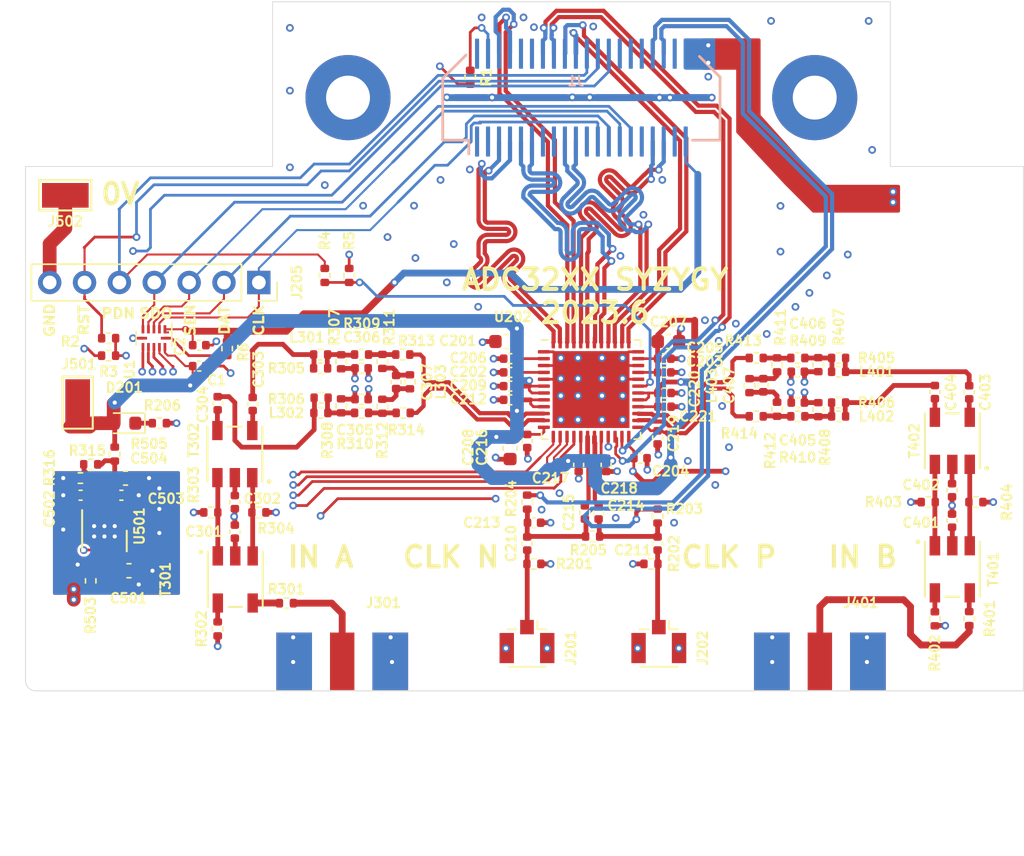
<source format=kicad_pcb>
(kicad_pcb (version 20221018) (generator pcbnew)
  (title_block (comment 4 "AISLER Project ID: AIRWMUHN"))
  (layers (0 "F.Cu" signal) (1 "In1.Cu" signal) (2 "In2.Cu" signal) (31 "B.Cu" signal) (34 "B.Paste" user) (35 "F.Paste" user) (36 "B.SilkS" user "B.Silkscreen") (37 "F.SilkS" user "F.Silkscreen") (38 "B.Mask" user) (39 "F.Mask" user) (44 "Edge.Cuts" user))
  (net 0 "")
  (net 1 "+1V8")
  (net 2 "GND")
  (net 3 "/VCM")
  (net 4 "Net-(C210-Pad2)")
  (net 5 "Net-(C211-Pad2)")
  (net 6 "/adc/CLK_ADC_P")
  (net 7 "/adc/CLK_ADC_N")
  (net 8 "Net-(J201-In)")
  (net 9 "Net-(J202-In)")
  (net 10 "Net-(T301-PM)")
  (net 11 "Net-(C303-Pad1)")
  (net 12 "Net-(C304-Pad1)")
  (net 13 "Net-(T302-PM)")
  (net 14 "Net-(C307-Pad2)")
  (net 15 "Net-(C307-Pad1)")
  (net 16 "Net-(T302-S2)")
  (net 17 "Net-(T302-S1)")
  (net 18 "Net-(T401-PM)")
  (net 19 "Net-(C403-Pad1)")
  (net 20 "Net-(C404-Pad1)")
  (net 21 "Net-(T402-PM)")
  (net 22 "Net-(C407-Pad1)")
  (net 23 "Net-(C407-Pad2)")
  (net 24 "Net-(T402-S2)")
  (net 25 "Net-(T402-S1)")
  (net 26 "/adc/SCLK")
  (net 27 "/adc/PDN")
  (net 28 "/adc/SDATA")
  (net 29 "/adc/RESET")
  (net 30 "/adc/SEN")
  (net 31 "/adc/EN")
  (net 32 "/adc/SDOUT")
  (net 33 "/adc/DB1_P")
  (net 34 "/adc/DB1_N")
  (net 35 "/adc/DB0_P")
  (net 36 "/adc/DB0_N")
  (net 37 "/adc/FCLK_P")
  (net 38 "/adc/FCLK_N")
  (net 39 "/adc/DCLK_P")
  (net 40 "/adc/DCLK_N")
  (net 41 "/adc/DA1_P")
  (net 42 "/adc/DA1_N")
  (net 43 "/adc/DA0_P")
  (net 44 "/adc/DA0_N")
  (net 45 "/adc/SYSREF_P")
  (net 46 "/adc/SYSREF_N")
  (net 47 "Net-(L301-Pad2)")
  (net 48 "Net-(L302-Pad2)")
  (net 49 "Net-(L401-Pad2)")
  (net 50 "Net-(L402-Pad2)")
  (net 51 "/adc/CLK_FPGA_P")
  (net 52 "Net-(U501-SS)")
  (net 53 "Net-(D201-K)")
  (net 54 "Net-(J301-In)")
  (net 55 "Net-(J401-In)")
  (net 56 "Net-(R309-Pad2)")
  (net 57 "Net-(R310-Pad2)")
  (net 58 "/adc/IN_A_P")
  (net 59 "Net-(J1-R_GA)")
  (net 60 "Net-(T301-S1)")
  (net 61 "Net-(T301-S2)")
  (net 62 "Net-(T301-PR1)")
  (net 63 "Net-(R409-Pad2)")
  (net 64 "Net-(R410-Pad2)")
  (net 65 "/adc/IN_B_P")
  (net 66 "Net-(T301-PR2)")
  (net 67 "Net-(U501-SENSE)")
  (net 68 "Net-(T401-S1)")
  (net 69 "Net-(T401-S2)")
  (net 70 "Net-(T401-PR1)")
  (net 71 "Net-(T401-PR2)")
  (net 72 "/adc/IN_A_N")
  (net 73 "/adc/IN_B_N")
  (net 74 "Net-(C503-Pad1)")
  (net 75 "VPP")
  (net 76 "Net-(U1-OE)")
  (net 77 "/adc/CLK_FPGA_N")
  (net 78 "Net-(U1-B4)")
  (net 79 "Net-(U1-B3)")
  (net 80 "Net-(U202-PDN)")
  (net 81 "Net-(U202-RESET)")
  (net 82 "+3.3V")
  (net 83 "Net-(U1-B2)")
  (net 98 "Net-(U1-B1)")
  (footprint "Capacitor_SMD:C_0402_1005Metric" (layer "F.Cu") (at 80.315 53.8 180)
    (fp_text reference "C202")
    (fp_text value "100 nF")
  )
  (footprint "Capacitor_SMD:C_0402_1005Metric" (layer "F.Cu") (at 91.535 53.8)
    (fp_text reference "C203")
    (fp_text value "100 nF")
  )
  (footprint "Capacitor_SMD:C_0402_1005Metric" (layer "F.Cu") (at 89.8 60.05)
    (fp_text reference "C204")
    (fp_text value "100 nF")
  )
  (footprint "Capacitor_SMD:C_0402_1005Metric" (layer "F.Cu") (at 91.535 52.8)
    (fp_text reference "C205")
    (fp_text value "100 nF")
  )
  (footprint "Capacitor_SMD:C_0402_1005Metric" (layer "F.Cu") (at 80.315 52.8 180)
    (fp_text reference "C206")
    (fp_text value "100 nF")
  )
  (footprint "Capacitor_SMD:C_0603_1608Metric" (layer "F.Cu") (at 80.3 59.3375 -90)
    (fp_text reference "C208")
    (fp_text value "10 uF")
  )
  (footprint "Capacitor_SMD:C_0402_1005Metric" (layer "F.Cu") (at 80.315 54.8 180)
    (fp_text reference "C209")
    (fp_text value "100 nF")
  )
  (footprint "Capacitor_SMD:C_0402_1005Metric" (layer "F.Cu") (at 81.55 66.265 90)
    (fp_text reference "C210")
    (fp_text value "DNI")
  )
  (footprint "Capacitor_SMD:C_0402_1005Metric" (layer "F.Cu") (at 80.315 55.8 180)
    (fp_text reference "C212")
    (fp_text value "100 nF")
  )
  (footprint "Capacitor_SMD:C_0402_1005Metric" (layer "F.Cu") (at 82.05 64.75)
    (fp_text reference "C213")
    (fp_text value "DNI")
  )
  (footprint "Capacitor_SMD:C_0402_1005Metric" (layer "F.Cu") (at 86.75 64 90)
    (fp_text reference "C214")
    (fp_text value "100 nF")
  )
  (footprint "Capacitor_SMD:C_0402_1005Metric" (layer "F.Cu") (at 85.75 64 90)
    (fp_text reference "C215")
    (fp_text value "100 nF")
  )
  (footprint "Capacitor_SMD:C_0402_1005Metric" (layer "F.Cu") (at 81.55 58.8 -90)
    (fp_text reference "C216")
    (fp_text value "100 nF")
  )
  (footprint "Capacitor_SMD:C_0402_1005Metric" (layer "F.Cu") (at 85.3 60.535 -90)
    (fp_text reference "C217")
    (fp_text value "100 nF")
  )
  (footprint "Capacitor_SMD:C_0402_1005Metric" (layer "F.Cu") (at 87.3 60.535 -90)
    (fp_text reference "C218")
    (fp_text value "100 nF")
  )
  (footprint "Capacitor_SMD:C_0402_1005Metric" (layer "F.Cu") (at 91.05 58.535 -90)
    (fp_text reference "C219")
    (fp_text value "100 nF")
  )
  (footprint "Capacitor_SMD:C_0402_1005Metric" (layer "F.Cu") (at 60.25 65.4 90)
    (fp_text reference "C301")
    (fp_text value "100 nF")
  )
  (footprint "Capacitor_SMD:C_0402_1005Metric" (layer "F.Cu") (at 60.25 63.25 -90)
    (fp_text reference "C302")
    (fp_text value "100 nF")
  )
  (footprint "Capacitor_SMD:C_0402_1005Metric" (layer "F.Cu") (at 61.55 56.1 -90)
    (fp_text reference "C303")
    (fp_text value "100 nF")
  )
  (footprint "Capacitor_SMD:C_0402_1005Metric" (layer "F.Cu") (at 59 56.05 -90)
    (fp_text reference "C304")
    (fp_text value "100 nF")
  )
  (footprint "Capacitor_SMD:C_0402_1005Metric" (layer "F.Cu") (at 69.485 55.75 180)
    (fp_text reference "C305")
    (fp_text value "100 nF")
  )
  (footprint "Capacitor_SMD:C_0402_1005Metric" (layer "F.Cu") (at 69.485 53.5 180)
    (fp_text reference "C306")
    (fp_text value "100 nF")
  )
  (footprint "Capacitor_SMD:C_0603_1608Metric" (layer "F.Cu") (at 52.5375 68.25)
    (fp_text reference "C501")
    (fp_text value "10 uF")
  )
  (footprint "Capacitor_SMD:C_0402_1005Metric" (layer "F.Cu") (at 49.015 62.75 180)
    (fp_text reference "C502")
    (fp_text value "DNI")
  )
  (footprint "Capacitor_SMD:C_0402_1005Metric" (layer "F.Cu") (at 51.985 62.75)
    (fp_text reference "C503")
    (fp_text value "10 nF")
  )
  (footprint "LED_SMD:LED_0603_1608Metric" (layer "F.Cu") (at 52.2125 57.5 180)
    (fp_text reference "D201")
    (fp_text value "LED_Small")
  )
  (footprint "jtk_kicad_libs:SMA_Cinch_142-0711-821_EdgeMount" (layer "F.Cu") (at 68.072 74.549 -90)
    (fp_text reference "J301")
    (fp_text value "Conn_Coaxial")
  )
  (footprint "jtk_kicad_libs:SMA_Cinch_142-0711-821_EdgeMount" (layer "F.Cu") (at 102.87 74.549 -90)
    (fp_text reference "J401")
    (fp_text value "Conn_Coaxial")
  )
  (footprint "TestPoint:TestPoint_Keystone_5015_Micro-Minature" (layer "F.Cu") (at 48.8 56 90)
    (fp_text reference "J501")
    (fp_text value "Conn_01x01")
  )
  (footprint "TestPoint:TestPoint_Keystone_5015_Micro-Minature" (layer "F.Cu") (at 47.9 40.9)
    (fp_text reference "J502")
    (fp_text value "Conn_01x01")
  )
  (footprint "Resistor_SMD:R_0402_1005Metric" (layer "F.Cu") (at 66.5 52.5)
    (fp_text reference "L301")
    (fp_text value "39 nH")
  )
  (footprint "Resistor_SMD:R_0402_1005Metric" (layer "F.Cu") (at 66.515 56.75)
    (fp_text reference "L302")
    (fp_text value "39 nH")
  )
  (footprint "Resistor_SMD:R_0402_1005Metric" (layer "F.Cu") (at 73 54.485 -90)
    (fp_text reference "L303")
    (fp_text value "10 pF")
  )
  (footprint "Resistor_SMD:R_0402_1005Metric" (layer "F.Cu") (at 82.035 67.75 180)
    (fp_text reference "R201")
    (fp_text value "DNI")
  )
  (footprint "Resistor_SMD:R_0402_1005Metric" (layer "F.Cu") (at 81.55 63.25 90)
    (fp_text reference "R204")
    (fp_text value "0")
  )
  (footprint "Resistor_SMD:R_0402_1005Metric" (layer "F.Cu") (at 86.315 65.75)
    (fp_text reference "R205")
    (fp_text value "100")
  )
  (footprint "Resistor_SMD:R_0402_1005Metric" (layer "F.Cu") (at 54.75 57.5)
    (fp_text reference "R206")
    (fp_text value "1k")
  )
  (footprint "Resistor_SMD:R_0402_1005Metric" (layer "F.Cu") (at 64.008 70.612 180)
    (fp_text reference "R301")
    (fp_text value "0")
  )
  (footprint "Resistor_SMD:R_0402_1005Metric" (layer "F.Cu") (at 59 72.485 90)
    (fp_text reference "R302")
    (fp_text value "0")
  )
  (footprint "Resistor_SMD:R_0402_1005Metric" (layer "F.Cu") (at 58.5 64)
    (fp_text reference "R303")
    (fp_text value "DNI")
  )
  (footprint "Resistor_SMD:R_0402_1005Metric" (layer "F.Cu") (at 62 64 180)
    (fp_text reference "R304")
    (fp_text value "DNI")
  )
  (footprint "Resistor_SMD:R_0402_1005Metric" (layer "F.Cu") (at 66.5 53.5 180)
    (fp_text reference "R305")
    (fp_text value "50")
  )
  (footprint "Resistor_SMD:R_0402_1005Metric" (layer "F.Cu") (at 68 53.024999 90)
    (fp_text reference "R307")
    (fp_text value "25")
  )
  (footprint "Resistor_SMD:R_0402_1005Metric" (layer "F.Cu") (at 68 56.235 90)
    (fp_text reference "R308")
    (fp_text value "25")
  )
  (footprint "Resistor_SMD:R_0402_1005Metric" (layer "F.Cu") (at 69.485 52.5)
    (fp_text reference "R309")
    (fp_text value "0")
  )
  (footprint "Resistor_SMD:R_0402_1005Metric" (layer "F.Cu") (at 69.485 56.75)
    (fp_text reference "R310")
    (fp_text value "0")
  )
  (footprint "Resistor_SMD:R_0402_1005Metric" (layer "F.Cu") (at 71 53 90)
    (fp_text reference "R311")
    (fp_text value "25")
  )
  (footprint "Resistor_SMD:R_0402_1005Metric" (layer "F.Cu") (at 71 56.265 90)
    (fp_text reference "R312")
    (fp_text value "25")
  )
  (footprint "Resistor_SMD:R_0402_1005Metric" (layer "F.Cu") (at 72.485 52.5)
    (fp_text reference "R313")
    (fp_text value "15")
  )
  (footprint "Resistor_SMD:R_0402_1005Metric" (layer "F.Cu") (at 72.515 56.75)
    (fp_text reference "R314")
    (fp_text value "15")
  )
  (footprint "Resistor_SMD:R_0402_1005Metric" (layer "F.Cu") (at 49.75 68.985 90)
    (fp_text reference "R503")
    (fp_text value "DNI")
  )
  (footprint "vna_footprints:5LEAD_BALUN_4p83mm_3p3mm" (layer "F.Cu") (at 60.28 68.885)
    (fp_text reference "T301")
    (fp_text value "MABAES0060")
  )
  (footprint "vna_footprints:5LEAD_BALUN_4p83mm_3p3mm" (layer "F.Cu") (at 60.25 59.75 180)
    (fp_text reference "T302")
    (fp_text value "MABAES0060")
  )
  (footprint "Package_DFN_QFN:QFN-48-1EP_7x7mm_P0.5mm_EP5.6x5.6mm" (layer "F.Cu") (at 86.2 55.05)
    (fp_text reference "U202")
    (fp_text value "ADC322x")
  )
  (footprint "Package_DFN_QFN:DFN-8-1EP_3x3mm_P0.5mm_EP1.66x2.38mm" (layer "F.Cu") (at 50.75 65.335 -90)
    (fp_text reference "U501")
    (fp_text value "ADM7170")
  )
  (footprint "Capacitor_SMD:C_0603_1608Metric" (layer "F.Cu") (at 52.2875 61.5)
    (fp_text reference "C504")
    (fp_text value "10 uF")
  )
  (footprint "Resistor_SMD:R_0402_1005Metric" (layer "F.Cu") (at 51.5 59.75 -90)
    (fp_text reference "R505")
    (fp_text value "DNI")
  )
  (footprint "Capacitor_SMD:C_0603_1608Metric" (layer "F.Cu") (at 80.0125 51.55 180)
    (fp_text reference "C201")
    (fp_text value "2.2 uF")
  )
  (footprint "Capacitor_SMD:C_0402_1005Metric" (layer "F.Cu") (at 91.55 55.3)
    (fp_text reference "C220")
    (fp_text value "100 nF")
  )
  (footprint "Capacitor_SMD:C_0402_1005Metric" (layer "F.Cu") (at 91.55 56.3)
    (fp_text reference "C221")
    (fp_text value "100 nF")
  )
  (footprint "Capacitor_SMD:C_0402_1005Metric" (layer "F.Cu") (at 91.05 66.265 90)
    (fp_text reference "C211")
    (fp_text value "DNI")
  )
  (footprint "Connector_Coaxial:U.FL_Hirose_U.FL-R-SMT-1_Vertical" (layer "F.Cu") (at 91.137 73.406 -90)
    (fp_text reference "J202")
    (fp_text value "Conn_Coaxial")
  )
  (footprint "Resistor_SMD:R_0402_1005Metric" (layer "F.Cu") (at 91.05 64.265 90)
    (fp_text reference "R203")
    (fp_text value "0")
  )
  (footprint "Resistor_SMD:R_0402_1005Metric" (layer "F.Cu") (at 90.565 67.75)
    (fp_text reference "R202")
    (fp_text value "DNI")
  )
  (footprint "Resistor_SMD:R_0402_1005Metric" (layer "F.Cu") (at 49 61.5 180)
    (fp_text reference "R316")
    (fp_text value "DNI")
  )
  (footprint "Resistor_SMD:R_0402_1005Metric" (layer "F.Cu") (at 66.535 55.65 180)
    (fp_text reference "R306")
    (fp_text value "50")
  )
  (footprint "Capacitor_SMD:C_0402_1005Metric" (layer "F.Cu") (at 72 54.5 90)
    (fp_text reference "C307")
    (fp_text value "10 pF")
  )
  (footprint "Capacitor_SMD:C_0402_1005Metric" (layer "F.Cu") (at 112.5 64.6 90)
    (fp_text reference "C401")
    (fp_text value "100 nF")
  )
  (footprint "Capacitor_SMD:C_0402_1005Metric" (layer "F.Cu") (at 112.5 62.385 -90)
    (fp_text reference "C402")
    (fp_text value "100 nF")
  )
  (footprint "Capacitor_SMD:C_0402_1005Metric" (layer "F.Cu") (at 113.75 55.25 -90)
    (fp_text reference "C403")
    (fp_text value "100 nF")
  )
  (footprint "Capacitor_SMD:C_0402_1005Metric" (layer "F.Cu") (at 111.25 55.235 -90)
    (fp_text reference "C404")
    (fp_text value "100 nF")
  )
  (footprint "Capacitor_SMD:C_0402_1005Metric" (layer "F.Cu") (at 101.265 56)
    (fp_text reference "C405")
    (fp_text value "100 nF")
  )
  (footprint "Capacitor_SMD:C_0402_1005Metric" (layer "F.Cu") (at 101.265 53.75)
    (fp_text reference "C406")
    (fp_text value "100 nF")
  )
  (footprint "Capacitor_SMD:C_0402_1005Metric" (layer "F.Cu") (at 98.75 54.735 90)
    (fp_text reference "C407")
    (fp_text value "10 pF")
  )
  (footprint "Resistor_SMD:R_0402_1005Metric" (layer "F.Cu") (at 104.235 52.75 180)
    (fp_text reference "L401")
    (fp_text value "39 nH")
  )
  (footprint "Resistor_SMD:R_0402_1005Metric" (layer "F.Cu") (at 104.235 57 180)
    (fp_text reference "L402")
    (fp_text value "39 nH")
  )
  (footprint "Resistor_SMD:R_0402_1005Metric" (layer "F.Cu") (at 97.75 54.765 -90)
    (fp_text reference "L403")
    (fp_text value "10 pF")
  )
  (footprint "Resistor_SMD:R_0402_1005Metric" (layer "F.Cu") (at 113.75 71.735 90)
    (fp_text reference "R401")
    (fp_text value "0")
  )
  (footprint "Resistor_SMD:R_0402_1005Metric" (layer "F.Cu") (at 111.25 71.75 90)
    (fp_text reference "R402")
    (fp_text value "0")
  )
  (footprint "Resistor_SMD:R_0402_1005Metric" (layer "F.Cu") (at 110.765 63.25)
    (fp_text reference "R403")
    (fp_text value "DNI")
  )
  (footprint "Resistor_SMD:R_0402_1005Metric" (layer "F.Cu") (at 114.235 63.25 180)
    (fp_text reference "R404")
    (fp_text value "DNI")
  )
  (footprint "Resistor_SMD:R_0402_1005Metric" (layer "F.Cu") (at 102.75 53.235 90)
    (fp_text reference "R407")
    (fp_text value "25")
  )
  (footprint "Resistor_SMD:R_0402_1005Metric" (layer "F.Cu") (at 102.75 56.515 90)
    (fp_text reference "R408")
    (fp_text value "25")
  )
  (footprint "Resistor_SMD:R_0402_1005Metric" (layer "F.Cu") (at 101.265 52.75 180)
    (fp_text reference "R409")
    (fp_text value "0")
  )
  (footprint "Resistor_SMD:R_0402_1005Metric" (layer "F.Cu") (at 101.265 57 180)
    (fp_text reference "R410")
    (fp_text value "0")
  )
  (footprint "Resistor_SMD:R_0402_1005Metric" (layer "F.Cu") (at 99.75 53.25 90)
    (fp_text reference "R411")
    (fp_text value "25")
  )
  (footprint "Resistor_SMD:R_0402_1005Metric" (layer "F.Cu") (at 99.75 56.485 90)
    (fp_text reference "R412")
    (fp_text value "25")
  )
  (footprint "Resistor_SMD:R_0402_1005Metric" (layer "F.Cu") (at 98.235 52.75 180)
    (fp_text reference "R413")
    (fp_text value "15")
  )
  (footprint "Resistor_SMD:R_0402_1005Metric" (layer "F.Cu") (at 98.235 57 180)
    (fp_text reference "R414")
    (fp_text value "15")
  )
  (footprint "vna_footprints:5LEAD_BALUN_4p83mm_3p3mm" (layer "F.Cu") (at 112.52 68.145)
    (fp_text reference "T401")
    (fp_text value "MABAES0060")
  )
  (footprint "vna_footprints:5LEAD_BALUN_4p83mm_3p3mm" (layer "F.Cu") (at 112.52 58.785 180)
    (fp_text reference "T402")
    (fp_text value "MABAES0060")
  )
  (footprint "Resistor_SMD:R_0402_1005Metric" (layer "F.Cu") (at 104.235 56)
    (fp_text reference "R406")
    (fp_text value "50")
  )
  (footprint "Connector_PinSocket_2.54mm:PinSocket_1x07_P2.54mm_Vertical" (layer "F.Cu") (at 62 47.25 -90)
    (fp_text reference "J205")
    (fp_text value "Conn_01x07")
  )
  (footprint "Connector_Coaxial:U.FL_Hirose_U.FL-R-SMT-1_Vertical" (layer "F.Cu") (at 81.534 73.406 -90)
    (fp_text reference "J201")
    (fp_text value "Conn_Coaxial")
  )
  (footprint "Resistor_SMD:R_0402_1005Metric" (layer "F.Cu") (at 49.75 60.5 180)
    (fp_text reference "R315")
    (fp_text value "DNI")
  )
  (footprint "Resistor_SMD:R_0402_1005Metric" (layer "F.Cu") (at 104.235 53.75)
    (fp_text reference "R405")
    (fp_text value "50")
  )
  (footprint "Capacitor_SMD:C_0603_1608Metric" (layer "F.Cu") (at 91.8375 51.55)
    (fp_text reference "C207")
    (fp_text value "10 uF")
  )
  (footprint "Resistor_SMD:R_0402_1005Metric" (layer "F.Cu") (at 51.054 52.578 180)
    (fp_text reference "R3")
    (fp_text value "1k")
  )
  (footprint "Resistor_SMD:R_0402_1005Metric" (layer "F.Cu") (at 51.056 51.308)
    (fp_text reference "R2")
    (fp_text value "1k")
  )
  (footprint "Resistor_SMD:R_0402_1005Metric" (layer "F.Cu") (at 59.69 52.068 -90)
    (fp_text reference "R6")
    (fp_text value "1k")
  )
  (footprint "Capacitor_SMD:C_0402_1005Metric" (layer "F.Cu") (at 57.658 51.816)
    (fp_text reference "C2")
    (fp_text value "100 nF")
  )
  (footprint "Resistor_SMD:R_0402_1005Metric" (layer "F.Cu") (at 77.4 32.3 -90)
    (fp_text reference "R1")
    (fp_text value "1k")
  )
  (footprint "Resistor_SMD:R_0402_1005Metric" (layer "F.Cu") (at 68.58 46.736 90)
    (fp_text reference "R5")
    (fp_text value "1k")
  )
  (footprint "Capacitor_SMD:C_0402_1005Metric" (layer "F.Cu") (at 57.658 53.34)
    (fp_text reference "C1")
    (fp_text value "100 nF")
  )
  (footprint "Resistor_SMD:R_0402_1005Metric" (layer "F.Cu") (at 66.802 46.736 -90)
    (fp_text reference "R4")
    (fp_text value "1k")
  )
  (footprint "Package_DFN_QFN:Texas_R-PUQFN-N12" (layer "F.Cu") (at 54.356 51.308 -90)
    (fp_text reference "U1")
    (fp_text value "TXB0304RUT")
  )
  (footprint "gkl_conn:SYZYGY_standard_pod" (layer "B.Cu") (at 85.496 33.782 180)
    (fp_text reference "J1")
    (fp_text value "SYZYGY-STD")
  )
  (gr_line (start 45 76.25) (end 45 39.5) (stroke (width 0.05)) (layer "Edge.Cuts"))
  (gr_line (start 117.7 77) (end 117 77) (stroke (width 0.05)) (layer "Edge.Cuts"))
  (gr_line (start 63 26.8) (end 108 26.8) (stroke (width 0.05)) (layer "Edge.Cuts"))
  (gr_line (start 108 26.8) (end 108 38.8) (stroke (width 0.05)) (layer "Edge.Cuts"))
  (gr_line (start 117.7 38.8) (end 117.7 77) (stroke (width 0.05)) (layer "Edge.Cuts"))
  (gr_line (start 63 38.8) (end 63 26.8) (stroke (width 0.05)) (layer "Edge.Cuts"))
  (gr_arc (start 45.75 77) (mid 45.21967 76.78033) (end 45 76.25) (stroke (width 0.05)) (layer "Edge.Cuts"))
  (gr_line (start 117 77) (end 45.75 77) (stroke (width 0.05)) (layer "Edge.Cuts"))
  (gr_line (start 63 38.8) (end 45 38.8) (stroke (width 0.05)) (layer "Edge.Cuts"))
  (gr_line (start 108 38.8) (end 117.7 38.8) (stroke (width 0.05)) (layer "Edge.Cuts"))
  (gr_line (start 45 38.8) (end 45 39.5) (stroke (width 0.05)) (layer "Edge.Cuts"))
  (gr_text "IN A" (at 66.5 67.25) (layer "F.SilkS") (effects (font (size 1.5 1.5) (thickness 0.3))))
  (gr_text "IN B" (at 106 67.25) (layer "F.SilkS") (effects (font (size 1.5 1.5) (thickness 0.3))))
  (gr_text "0V" (at 51.9 40.8) (layer "F.SilkS") (effects (font (size 1.5 1.5) (thickness 0.3))))
  (gr_text "CLK P" (at 96.25 67.25) (layer "F.SilkS") (effects (font (size 1.5 1.5) (thickness 0.3))))
  (gr_text "CLK N" (at 76 67.25) (layer "F.SilkS") (effects (font (size 1.5 1.5) (thickness 0.3))))
  (gr_text "CLK" (at 62 50 90) (layer "F.SilkS") (effects (font (size 0.7 0.8) (thickness 0.175))))
  (gr_text "DAT" (at 59.5 50 90) (layer "F.SilkS") (effects (font (size 0.7 0.8) (thickness 0.175))))
  (gr_text "SEN" (at 57 50 90) (layer "F.SilkS") (effects (font (size 0.7 0.8) (thickness 0.175))))
  (gr_text "SDO" (at 54.5 49.5) (layer "F.SilkS") (effects (font (size 0.7 0.8) (thickness 0.175))))
  (gr_text "PDN" (at 51.75 49.5) (layer "F.SilkS") (effects (font (size 0.7 0.8) (thickness 0.175))))
  (gr_text "RST" (at 49.25 50 90) (layer "F.SilkS") (effects (font (size 0.7 0.8) (thickness 0.175))))
  (gr_text "GND" (at 46.75 50 90) (layer "F.SilkS") (effects (font (size 0.7 0.8) (thickness 0.175))))
  (gr_text "ADC32XX SYZYGY\n2023.6" (at 86.5 48.25) (layer "F.SilkS") (effects (font (size 1.5 1.5) (thickness 0.3))))
  (segment (start 85.45 59.9) (end 85.45 58.4875) (width 0.2) (layer "F.Cu") (net 1))
  (segment (start 91.05 51.075) (end 92.125 50) (width 0.35) (layer "F.Cu") (net 1))
  (segment (start 91.37 58.05) (end 91.5 58.18) (width 0.2) (layer "F.Cu") (net 1))
  (segment (start 91.545 54.5) (end 92.75 54.5) (width 0.35) (layer "F.Cu") (net 1))
  (segment (start 80.3 58.55) (end 80.775 58.55) (width 0.35) (layer "F.Cu") (net 1))
  (segment (start 57.178 54.572) (end 57 54.75) (width 0.15) (layer "F.Cu") (net 1))
  (segment (start 81.01 58.315) (end 81.55 58.315) (width 0.35) (layer "F.Cu") (net 1))
  (segment (start 82.7625 52.8) (end 80.8 52.8) (width 0.2) (layer "F.Cu") (net 1))
  (segment (start 93.5 54.5) (end 92.75 54.5) (width 0.5) (layer "F.Cu") (net 1))
  (segment (start 51.425 57.5) (end 51.425 56.075) (width 1) (layer "F.Cu") (net 1))
  (segment (start 89.6375 52.8) (end 91.05 52.8) (width 0.2) (layer "F.Cu") (net 1))
  (segment (start 50.5 57.5) (end 51.425 57.5) (width 1) (layer "F.Cu") (net 1))
  (segment (start 81.7 54.8) (end 81.7 54.4) (width 0.35) (layer "F.Cu") (net 1))
  (segment (start 86.933982 60.003982) (end 86.933982 58.941018) (width 0.2) (layer "F.Cu") (net 1))
  (segment (start 91.05 58.05) (end 91.37 58.05) (width 0.2) (layer "F.Cu") (net 1))
  (segment (start 80.3 58.55) (end 79.35 58.55) (width 0.35) (layer "F.Cu") (net 1))
  (segment (start 79.35 58.55) (end 79.3 58.5) (width 0.35) (layer "F.Cu") (net 1))
  (segment (start 91.05 51.55) (end 91.05 51.075) (width 0.35) (layer "F.Cu") (net 1))
  (segment (start 55.88 52.578) (end 56.642 53.34) (width 0.15) (layer "F.Cu") (net 1))
  (segment (start 80.8 55.8) (end 81.8 55.8) (width 0.35) (layer "F.Cu") (net 1))
  (segment (start 57.178 53.34) (end 57.178 54.572) (width 0.15) (layer "F.Cu") (net 1))
  (segment (start 80.8 55.8) (end 80.8 56.6) (width 0.35) (layer "F.Cu") (net 1))
  (segment (start 91.05 53.8) (end 91.05 52.8) (width 0.35) (layer "F.Cu") (net 1))
  (segment (start 93.75 50) (end 93.75 54.25) (width 0.5) (layer "F.Cu") (net 1))
  (segment (start 85.3 60.05) (end 84.73001 60.05) (width 0.35) (layer "F.Cu") (net 1))
  (segment (start 90.3 57.8) (end 90.55 58.05) (width 0.2) (layer "F.Cu") (net 1))
  (segment (start 91.05 52.8) (end 91.05 51.55) (width 0.35) (layer "F.Cu") (net 1))
  (segment (start 82.7625 58.1375) (end 82.585 58.315) (width 0.2) (layer "F.Cu") (net 1))
  (segment (start 89.6375 55.8) (end 90.2 55.8) (width 0.2) (layer "F.Cu") (net 1))
  (segment (start 82.7625 55.3) (end 81.9 55.3) (width 0.2) (layer "F.Cu") (net 1))
  (segment (start 51.425 56.075) (end 51.5 56) (width 1) (layer "F.Cu") (net 1))
  (segment (start 82.7625 55.8) (end 81.8 55.8) (width 0.2) (layer "F.Cu") (net 1))
  (segment (start 90.4 55.3) (end 91.065 55.3) (width 0.2) (layer "F.Cu") (net 1))
  (segment (start 87.55 60.05) (end 87.75 60.25) (width 0.2) (layer "F.Cu") (net 1))
  (segment (start 55.372 52.578) (end 55.88 52.578) (width 0.15) (layer "F.Cu") (net 1))
  (segment (start 91.5 58.18) (end 91.68 58.18) (width 0.2) (layer "F.Cu") (net 1))
  (segment (start 82.585 58.315) (end 81.55 58.315) (width 0.2) (layer "F.Cu") (net 1))
  (segment (start 51.5 57.575) (end 51.425 57.5) (width 0.35) (layer "F.Cu") (net 1))
  (segment (start 49.914213 57.5) (end 50.5 57.5) (width 1) (layer "F.Cu") (net 1))
  (segment (start 48.25 57.75) (end 49.664213 57.75) (width 1) (layer "F.Cu") (net 1))
  (segment (start 80.775 58.55) (end 81 58.325) (width 0.35) (layer "F.Cu") (net 1))
  (segment (start 87.3 60.05) (end 87.55 60.05) (width 0.2) (layer "F.Cu") (net 1))
  (segment (start 81 58.325) (end 81 58.3) (width 0.35) (layer "F.Cu") (net 1))
  (segment (start 80.8 52.8) (end 80.8 51.55) (width 0.35) (layer "F.Cu") (net 1))
  (segment (start 82.7625 54.8) (end 81.7 54.8) (width 0.2) (layer "F.Cu") (net 1))
  (segment (start 90.4 55.6) (end 90.4 55.3) (width 0.2) (layer "F.Cu") (net 1))
  (segment (start 89.6375 53.8) (end 91.05 53.8) (width 0.2) (layer "F.Cu") (net 1))
  (segment (start 86.98 60.05) (end 86.933982 60.003982) (width 0.2) (layer "F.Cu") (net 1))
  (segment (start 93.75 54.25) (end 93.5 54.5) (width 0.5) (layer "F.Cu") (net 1))
  (segment (start 80.8 54.8) (end 81.7 54.8) (width 0.35) (layer "F.Cu") (net 1))
  (segment (start 92.125 50) (end 93.75 50) (width 0.35) (layer "F.Cu") (net 1))
  (segment (start 51.5 59.265) (end 51.5 57.575) (width 0.35) (layer "F.Cu") (net 1))
  (segment (start 81.55 58.315) (end 81 58.3) (width 0.2) (layer "F.Cu") (net 1))
  (segment (start 87.3 60.05) (end 86.98 60.05) (width 0.2) (layer "F.Cu") (net 1))
  (segment (start 85.3 60.05) (end 85.45 59.9) (width 0.2) (layer "F.Cu") (net 1))
  (segment (start 82.7625 56.3) (end 82 56.3) (width 0.2) (layer "F.Cu") (net 1))
  (segment (start 91.065 56.3) (end 91.065 55.3) (width 0.35) (layer "F.Cu") (net 1))
  (segment (start 55.156 52.362) (end 55.372 52.578) (width 0.15) (layer "F.Cu") (net 1))
  (segment (start 49.664213 57.75) (end 49.914213 57.5) (width 1) (layer "F.Cu") (net 1))
  (segment (start 55.156 51.958) (end 55.156 52.362) (width 0.15) (layer "F.Cu") (net 1))
  (segment (start 81.8 56.1) (end 81.8 55.8) (width 0.2) (layer "F.Cu") (net 1))
  (segment (start 80.8 53.8) (end 80.8 52.8) (width 0.35) (layer "F.Cu") (net 1))
  (segment (start 90.2 55.8) (end 90.4 55.6) (width 0.2) (layer "F.Cu") (net 1))
  (segment (start 81.7 55.1) (end 81.7 54.8) (width 0.2) (layer "F.Cu") (net 1))
  (segment (start 56.642 53.34) (end 57.178 53.34) (width 0.15) (layer "F.Cu") (net 1))
  (segment (start 89.6375 55.3) (end 90.4 55.3) (width 0.2) (layer "F.Cu") (net 1))
  (segment (start 86.933982 58.941018) (end 86.95 58.925) (width 0.2) (layer "F.Cu") (net 1))
  (segment (start 84.73001 60.05) (end 84.53001 60.25) (width 0.35) (layer "F.Cu") (net 1))
  (segment (start 86.95 58.925) (end 86.95 58.4875) (width 0.2) (layer "F.Cu") (net 1))
  (segment (start 82.7625 53.8) (end 80.8 53.8) (width 0.2) (layer "F.Cu") (net 1))
  (segment (start 81.9 55.3) (end 81.7 55.1) (width 0.2) (layer "F.Cu") (net 1))
  (segment (start 82 56.3) (end 81.8 56.1) (width 0.2) (layer "F.Cu") (net 1))
  (segment (start 90.55 58.05) (end 91.05 58.05) (width 0.2) (layer "F.Cu") (net 1))
  (segment (start 89.6375 56.3) (end 91.065 56.3) (width 0.2) (layer "F.Cu") (net 1))
  (segment (start 92 58.5) (end 92 60) (width 0.35) (layer "F.Cu") (net 1))
  (segment (start 91.065 54.98) (end 91.545 54.5) (width 0.35) (layer "F.Cu") (net 1))
  (segment (start 80.8 51.55) (end 80.8 50.6) (width 0.35) (layer "F.Cu") (net 1))
  (segment (start 82.7625 57.8) (end 82.7625 58.1375) (width 0.2) (layer "F.Cu") (net 1))
  (segment (start 89.6375 57.8) (end 90.3 57.8) (width 0.2) (layer "F.Cu") (net 1))
  (segment (start 91.68 58.18) (end 92 58.5) (width 0.35) (layer "F.Cu") (net 1))
  (segment (start 81 58.325) (end 81.01 58.315) (width 0.35) (layer "F.Cu") (net 1))
  (segment (start 91.065 55.3) (end 91.065 54.98) (width 0.35) (layer "F.Cu") (net 1))
  (via (at 92.75 54.5) (size 0.56) (drill 0.3) (layers "F.Cu" "B.Cu") (net 1))
  (via (at 87.75 60.25) (size 0.56) (drill 0.3) (layers "F.Cu" "B.Cu") (net 1))
  (via (at 57 54.75) (size 0.56) (drill 0.3) (layers "F.Cu" "B.Cu") (net 1))
  (via (at 84.53001 60.25) (size 0.56) (drill 0.3) (layers "F.Cu" "B.Cu") (net 1))
  (via (at 80.8 56.6) (size 0.56) (drill 0.3) (layers "F.Cu" "B.Cu") (net 1))
  (via (at 92 60) (size 0.56) (drill 0.3) (layers "F.Cu" "B.Cu") (net 1))
  (via (at 81.7 54.4) (size 0.56) (drill 0.3) (layers "F.Cu" "B.Cu") (net 1))
  (via (at 80.8 50.6) (size 0.56) (drill 0.3) (layers "F.Cu" "B.Cu") (net 1))
  (via (at 79.3 58.5) (size 0.56) (drill 0.3) (layers "F.Cu" "B.Cu") (net 1))
  (via (at 51.5 56) (size 0.56) (drill 0.3) (layers "F.Cu" "B.Cu") (net 1))
  (segment (start 83.5 60.884031) (end 83.5 61) (width 1) (layer "B.Cu") (net 1))
  (segment (start 83.384031 60.884031) (end 83.5 61) (width 1) (layer "B.Cu") (net 1))
  (segment (start 80.25 50.05) (end 61.7 50.05) (width 1) (layer "B.Cu") (net 1))
  (segment (start 84.53001 60.25) (end 86.5 60.25) (width 1) (layer "B.Cu") (net 1))
  (segment (start 80.8 50.6) (end 80.25 50.05) (width 1) (layer "B.Cu") (net 1))
  (segment (start 83.115969 60.884031) (end 82.5 61.5) (width 1) (layer "B.Cu") (net 1))
  (segment (start 52.75 54.75) (end 51.5 56) (width 1) (layer "B.Cu") (net 1))
  (segment (start 80.8 54.4) (end 80.8 58.3) (width 1) (layer "B.Cu") (net 1))
  (segment (start 87.75 60.25) (end 87.25 60.25) (width 0.5) (layer "B.Cu") (net 1))
  (segment (start 80.6 58.5) (end 78.75 58.5) (width 1) (layer "B.Cu") (net 1))
  (segment (start 81.7 54.4) (end 80.8 54.4) (width 0.5) (layer "B.Cu") (net 1))
  (segment (start 83.115969 60.884031) (end 83.384031 60.884031) (width 1) (layer "B.Cu") (net 1))
  (segment (start 78 60.5) (end 78 59.25) (width 1) (layer "B.Cu") (net 1))
  (segment (start 92.75 54.5) (end 93.25 54.5) (width 0.5) (layer "B.Cu") (net 1))
  (segment (start 87 62.25) (end 86.5 61.75) (width 1) (layer "B.Cu") (net 1))
  (segment (start 92 60) (end 92 60.5) (width 0.5) (layer "B.Cu") (net 1))
  (segment (start 92 61.25) (end 91 62.25) (width 1) (layer "B.Cu") (net 1))
  (segment (start 93.5 56.75) (end 92 58.25) (width 0.5) (layer "B.Cu") (net 1))
  (segment (start 86.5 60.25) (end 87.25 60.25) (width 1) (layer "B.Cu") (net 1))
  (segment (start 84.53001 60.25) (end 84.250011 60.529999) (width 1) (layer "B.Cu") (net 1))
  (segment (start 92 60.5) (end 92 61.25) (width 1) (layer "B.Cu") (net 1))
  (segment (start 92 58.25) (end 92 60) (width 0.5) (layer "B.Cu") (net 1))
  (segment (start 91 62.25) (end 87 62.25) (width 1) (layer "B.Cu") (net 1))
  (segment (start 83.854032 60.529999) (end 83.5 60.884031) (width 1) (layer "B.Cu") (net 1))
  (segment (start 78 59.25) (end 78.75 58.5) (width 1) (layer "B.Cu") (net 1))
  (segment (start 82.5 61.5) (end 79 61.5) (width 1) (layer "B.Cu") (net 1))
  (segment (start 86.5 61.75) (end 86.5 60.25) (width 1) (layer "B.Cu") (net 1))
  (segment (start 80.8 58.3) (end 80.6 58.5) (width 1) (layer "B.Cu") (net 1))
  (segment (start 93.5 54.75) (end 93.5 56.75) (width 0.5) (layer "B.Cu") (net 1))
  (segment (start 80.8 50.6) (end 80.8 54.4) (width 1) (layer "B.Cu") (net 1))
  (segment (start 57 54.75) (end 52.75 54.75) (width 1) (layer "B.Cu") (net 1))
  (segment (start 84.250011 60.529999) (end 83.854032 60.529999) (width 1) (layer "B.Cu") (net 1))
  (segment (start 79 61.5) (end 78 60.5) (width 1) (layer "B.Cu") (net 1))
  (segment (start 93.25 54.5) (end 93.5 54.75) (width 0.5) (layer "B.Cu") (net 1))
  (segment (start 61.7 50.05) (end 57 54.75) (width 1) (layer "B.Cu") (net 1))
  (segment (start 90.08 67.75) (end 89.25 67.75) (width 0.35) (layer "F.Cu") (net 2))
  (segment (start 62.485 64) (end 63.25 64) (width 0.35) (layer "F.Cu") (net 2))
  (segment (start 92.625 50.75299) (end 92.77298 50.60501) (width 0.35) (layer "F.Cu") (net 2))
  (segment (start 110.28 63.25) (end 109.5 63.25) (width 0.35) (layer "F.Cu") (net 2))
  (segment (start 79.375 60.125) (end 79.25 60) (width 0.35) (layer "F.Cu") (net 2))
  (segment (start 76.49801 32.81) (end 75.184 31.49599) (width 0.2) (layer "F.Cu") (net 2))
  (segment (start 85.3 61.02) (end 85.3 61.544979) (width 0.35) (layer "F.Cu") (net 2))
  (segment (start 100.78 55.28) (end 100.75 55.25) (width 0.35) (layer "F.Cu") (net 2))
  (segment (start 58.015 64) (end 57.25 64) (width 0.35) (layer "F.Cu") (net 2))
  (segment (start 87.95 53.3) (end 89.6375 53.3) (width 0.2) (layer "F.Cu") (net 2))
  (segment (start 112.5 62.87) (end 112.5 63.5) (width 0.35) (layer "F.Cu") (net 2))
  (segment (start 68.58 46.226) (end 68.58 45.212) (width 0.2) (layer "F.Cu") (net 2))
  (segment (start 60.25 64.765) (end 60.25 64.35) (width 0.35) (layer "F.Cu") (net 2))
  (segment (start 79.83 54.8) (end 79.1 54.8) (width 0.35) (layer "F.Cu") (net 2))
  (segment (start 79.83 55.8) (end 79.1 55.8) (width 0.35) (layer "F.Cu") (net 2))
  (segment (start 80.3 60.125) (end 79.375 60.125) (width 0.35) (layer "F.Cu") (net 2))
  (segment (start 49.784 52.324) (end 49.53 52.07) (width 0.2) (layer "F.Cu") (net 2))
  (segment (start 69.97 55.75) (end 69.97 55.03) (width 0.35) (layer "F.Cu") (net 2))
  (segment (start 89.6375 54.3) (end 86.95 54.3) (width 0.2) (layer "F.Cu") (net 2))
  (segment (start 50.5 66.735) (end 50.5 65.585) (width 0.2) (layer "F.Cu") (net 2))
  (segment (start 92.792378 53.8) (end 92.800586 53.791792) (width 0.35) (layer "F.Cu") (net 2))
  (segment (start 114.72 63.25) (end 115.5 63.25) (width 0.35) (layer "F.Cu") (net 2))
  (segment (start 79.83 53.8) (end 79.1 53.8) (width 0.35) (layer "F.Cu") (net 2))
  (segment (start 59 72.97) (end 59 73.75) (width 0.35) (layer "F.Cu") (net 2))
  (segment (start 82.7625 52.3) (end 83.45 52.3) (width 0.2) (layer "F.Cu") (net 2))
  (segment (start 90.285 60.885) (end 90.3 60.9) (width 0.35) (layer "F.Cu") (net 2))
  (segment (start 82.7625 54.3) (end 85.45 54.3) (width 0.2) (layer "F.Cu") (net 2))
  (segment (start 58.619488 51.816) (end 58.900744 51.534744) (width 0.2) (layer "F.Cu") (net 2))
  (segment (start 90.285 60.05) (end 90.285 60.885) (width 0.35) (layer "F.Cu") (net 2))
  (segment (start 77.4 32.81) (end 76.49801 32.81) (width 0.2) (layer "F.Cu") (net 2))
  (segment (start 53.075 61.5) (end 54 61.5) (width 0.35) (layer "F.Cu") (net 2))
  (segment (start 52.47 62.75) (end 53.25 62.75) (width 0.35) (layer "F.Cu") (net 2))
  (segment (start 69.97 54.22) (end 70 54.25) (width 0.35) (layer "F.Cu") (net 2))
  (segment (start 48.515 61.5) (end 47.75 61.5) (width 0.35) (layer "F.Cu") (net 2))
  (segment (start 86.95 54.3) (end 86.2 55.05) (width 0.2) (layer "F.Cu") (net 2))
  (segment (start 81.55 60.05) (end 81.6 60.1) (width 0.35) (layer "F.Cu") (net 2))
  (segment (start 46.76 44.44) (end 46.76 47.25) (width 1) (layer "F.Cu") (net 2))
  (segment (start 79.225 51.55) (end 78.35 51.55) (width 0.35) (layer "F.Cu") (net 2))
  (segment (start 59.436 53.34) (end 59.944 53.848) (width 0.2) (layer "F.Cu") (net 2))
  (segment (start 86.2 55.05) (end 87.95 53.3) (width 0.2) (layer "F.Cu") (net 2))
  (segment (start 112.5 64.115) (end 112.5 63.5) (width 0.35) (layer "F.Cu") (net 2))
  (segment (start 53.556 51.308) (end 52.832 51.308) (width 0.2) (layer "F.Cu") (net 2))
  (segment (start 53.325 68.25) (end 53.325 69.175) (width 0.35) (layer "F.Cu") (net 2))
  (segment (start 50.5 65.585) (end 50.75 65.335) (width 0.2) (layer "F.Cu") (net 2))
  (segment (start 58.138 51.816) (end 58.619488 51.816) (width 0.2) (layer "F.Cu") (net 2))
  (segment (start 91.05 59.75) (end 91.1 59.8) (width 0.35) (layer "F.Cu") (net 2))
  (segment (start 82.52 67.75) (end 83.25 67.75) (width 0.35) (layer "F.Cu") (net 2))
  (segment (start 88.08 61.02) (end 88.1 61) (width 0.35) (layer "F.Cu") (net 2))
  (segment (start 88.95 52.3) (end 89.6375 52.3) (width 0.2) (layer "F.Cu") (net 2))
  (segment (start 60.25 64.35) (end 60.25 63.735) (width 0.35) (layer "F.Cu") (net 2))
  (segment (start 69.97 55.03) (end 70 55) (width 0.35) (layer "F.Cu") (net 2))
  (segment (start 84.45 53.3) (end 86.2 55.05) (width 0.2) (layer "F.Cu") (net 2))
  (segment (start 49.53 52.07) (end 49.276 52.07) (width 0.2) (layer "F.Cu") (net 2))
  (segment (start 100.78 53.75) (end 100.78 54.47) (width 0.35) (layer "F.Cu") (net 2))
  (segment (start 87.3 61.02) (end 88.08 61.02) (width 0.35) (layer "F.Cu") (net 2))
  (segment (start 47.9 40.9) (end 47.9 43.3) (width 1) (layer "F.Cu") (net 2))
  (segment (start 50.038 52.578) (end 49.784 52.324) (width 0.2) (layer "F.Cu") (net 2))
  (segment (start 92.02 53.8) (end 92.792378 53.8) (width 0.35) (layer "F.Cu") (net 2))
  (segment (start 92.035 55.3) (end 92.8 55.3) (width 0.35) (layer "F.Cu") (net 2))
  (segment (start 48.53 62.75) (end 47.75 62.75) (width 0.35) (layer "F.Cu") (net 2))
  (segment (start 82.535 64.75) (end 83.25 64.75) (width 0.35) (layer "F.Cu") (net 2))
  (segment (start 82.7625 53.3) (end 84.45 53.3) (width 0.2) (layer "F.Cu") (net 2))
  (segment (start 60.25 64.35) (end 60.2 64.3) (width 0.35) (layer "F.Cu") (net 2))
  (segment (start 88.5 52.75) (end 88.95 52.3) (width 0.2) (layer "F.Cu") (net 2))
  (segment (start 92.02 52.8) (end 92.8 52.8) (width 0.35) (layer "F.Cu") (net 2))
  (segment (start 78.35 51.55) (end 78.3 51.6) (width 0.35) (layer "F.Cu") (net 2))
  (segment (start 111.25 72.235) (end 111.985 72.235) (width 0.35) (layer "F.Cu") (net 2))
  (segment (start 53.325 68.25) (end 54.25 68.25) (width 0.35) (layer "F.Cu") (net 2))
  (segment (start 100.78 56) (end 100.78 55.28) (width 0.35) (layer "F.Cu") (net 2))
  (segment (start 47.9 43.3) (end 46.76 44.44) (width 1) (layer "F.Cu") (net 2))
  (segment (start 58.138 53.34) (end 59.436 53.34) (width 0.2) (layer "F.Cu") (net 2))
  (segment (start 85.45 54.3) (end 86.2 55.05) (width 0.2) (layer "F.Cu") (net 2))
  (segment (start 92.035 56.3) (end 92.8 56.3) (width 0.35) (layer "F.Cu") (net 2))
  (segment (start 79.83 52.8) (end 79.1 52.8) (width 0.35) (layer "F.Cu") (net 2))
  (segment (start 53.325 69.175) (end 53.25 69.25) (width 0.35) (layer "F.Cu") (net 2))
  (segment (start 92.625 51.55) (end 92.625 50.75299) (width 0.35) (layer "F.Cu") (net 2))
  (segment (start 69.97 53.5) (end 69.97 54.22) (width 0.35) (layer "F.Cu") (net 2))
  (segment (start 83.45 52.3) (end 86.2 55.05) (width 0.2) (layer "F.Cu") (net 2))
  (segment (start 91.05 59.02) (end 91.05 59.75) (width 0.35) (layer "F.Cu") (net 2))
  (segment (start 55.235 57.5) (end 56 57.5) (width 0.35) (layer "F.Cu") (net 2))
  (segment (start 100.78 54.47) (end 100.75 54.5) (width 0.35) (layer "F.Cu") (net 2))
  (segment (start 50.544 52.578) (end 50.038 52.578) (width 0.2) (layer "F.Cu") (net 2))
  (segment (start 81.55 59.285) (end 81.55 60.05) (width 0.35) (layer "F.Cu") (net 2))
  (segment (start 111.985 72.235) (end 112 72.25) (width 0.35) (layer "F.Cu") (net 2))
  (via (at 89.25 67.75) (size 0.56) (drill 0.3) (layers "F.Cu" "B.Cu") (net 2))
  (via (at 84 52.75) (size 0.56) (drill 0.3) (layers "F.Cu" "B.Cu") (net 2))
  (via (at 85.25 52.75) (size 0.56) (drill 0.3) (layers "F.Cu" "B.Cu") (net 2))
  (via (at 87 52.75) (size 0.56) (drill 0.3) (layers "F.Cu" "B.Cu") (net 2))
  (via (at 88.5 52.75) (size 0.56) (drill 0.3) (layers "F.Cu" "B.Cu") (net 2))
  (via (at 88.5 54.25) (size 0.56) (drill 0.3) (layers "F.Cu" "B.Cu") (net 2))
  (via (at 87 54.25) (size 0.56) (drill 0.3) (layers "F.Cu" "B.Cu") (net 2))
  (via (at 85.25 54.25) (size 0.56) (drill 0.3) (layers "F.Cu" "B.Cu") (net 2))
  (via (at 84 54.25) (size 0.56) (drill 0.3) (layers "F.Cu" "B.Cu") (net 2))
  (via (at 84 55.5) (size 0.56) (drill 0.3) (layers "F.Cu" "B.Cu") (net 2))
  (via (at 85.25 55.5) (size 0.56) (drill 0.3) (layers "F.Cu" "B.Cu") (net 2))
  (via (at 87 55.5) (size 0.56) (drill 0.3) (layers "F.Cu" "B.Cu") (net 2))
  (via (at 88.5 55.5) (size 0.56) (drill 0.3) (layers "F.Cu" "B.Cu") (net 2))
  (via (at 88.5 57.25) (size 0.56) (drill 0.3) (layers "F.Cu" "B.Cu") (net 2))
  (via (at 87 57.25) (size 0.56) (drill 0.3) (layers "F.Cu" "B.Cu") (net 2))
  (via (at 85.25 57.25) (size 0.56) (drill 0.3) (layers "F.Cu" "B.Cu") (net 2))
  (via (at 84 57.25) (size 0.56) (drill 0.3) (layers "F.Cu" "B.Cu") (net 2))
  (via (at 50 65) (size 0.56) (drill 0.3) (layers "F.Cu" "B.Cu") (net 2))
  (via (at 50 65.75) (size 0.56) (drill 0.3) (layers "F.Cu" "B.Cu") (net 2))
  (via (at 50.75 65.75) (size 0.56) (drill 0.3) (layers "F.Cu" "B.Cu") (net 2))
  (via (at 50.75 65) (size 0.56) (drill 0.3) (layers "F.Cu" "B.Cu") (net 2))
  (via (at 51.5 65) (size 0.56) (drill 0.3) (layers "F.Cu" "B.Cu") (net 2))
  (via (at 51.5 65.75) (size 0.56) (drill 0.3) (layers "F.Cu" "B.Cu") (net 2))
  (via (at 47.75 65.25) (size 0.56) (drill 0.3) (layers "F.Cu" "B.Cu") (net 2))
  (via (at 54.75 65.5) (size 0.56) (drill 0.3) (layers "F.Cu" "B.Cu") (net 2))
  (via (at 54.75 63.75) (size 0.56) (drill 0.3) (layers "F.Cu" "B.Cu") (net 2))
  (via (at 54.75 62.25) (size 0.56) (drill 0.3) (layers "F.Cu" "B.Cu") (net 2))
  (via (at 99 51) (size 0.56) (drill 0.3) (layers "F.Cu" "B.Cu") (net 2))
  (via (at 95.75 56.25) (size 0.56) (drill 0.3) (layers "F.Cu" "B.Cu") (net 2))
  (via (at 96.25 59.25) (size 0.56) (drill 0.3) (layers "F.Cu" "B.Cu") (net 2))
  (via (at 92.25 64.75) (size 0.56) (drill 0.3) (layers "F.Cu" "B.Cu") (net 2))
  (via (at 83.9 62.6) (size 0.56) (drill 0.3) (layers "F.Cu" "B.Cu") (net 2))
  (via (at 93.25 60.25) (size 0.56) (drill 0.3) (layers "F.Cu" "B.Cu") (net 2))
  (via (at 96.75 50.25) (size 0.56) (drill 0.3) (layers "F.Cu" "B.Cu") (net 2))
  (via (at 95.5 51.5) (size 0.56) (drill 0.3) (layers "F.Cu" "B.Cu") (net 2))
  (via (at 94.5 50) (size 0.56) (drill 0.3) (layers "F.Cu" "B.Cu") (net 2))
  (via (at 88 64.4) (size 0.56) (drill 0.3) (layers "F.Cu" "B.Cu") (net 2))
  (via (at 95.25 62) (size 0.56) (drill 0.3) (layers "F.Cu" "B.Cu") (net 2))
  (via (at 52.832 51.308) (size 0.56) (drill 0.3) (layers "F.Cu" "B.Cu") (net 2))
  (via (at 83 73.9) (size 0.56) (drill 0.3) (layers "F.Cu" "B.Cu") (net 2))
  (via (at 94.996 33.782) (size 0.56) (drill 0.3) (layers "F.Cu" "B.Cu") (net 2))
  (via (at 92.6 73.9) (size 0.56) (drill 0.3) (layers "F.Cu" "B.Cu") (net 2))
  (via (at 106.3 73.1) (size 0.56) (drill 0.3) (layers "F.Cu" "B.Cu") (net 2))
  (via (at 64.5 74.9) (size 0.56) (drill 0.3) (layers "F.Cu" "B.Cu") (net 2))
  (via (at 60.2 64.3) (size 0.56) (drill 0.3) (layers "F.Cu" "B.Cu") (net 2))
  (via (at 59 73.75) (size 0.56) (drill 0.3) (layers "F.Cu" "B.Cu") (net 2))
  (via (at 64.262 28.702) (size 0.56) (drill 0.3) (layers "F.Cu" "B.Cu") (net 2))
  (via (at 83.25 64.75) (size 0.56) (drill 0.3) (layers "F.Cu" "B.Cu") (net 2))
  (via (at 100.75 54.5) (size 0.56) (drill 0.3) (layers "F.Cu" "B.Cu") (net 2))
  (via (at 88.3412 45.3136) (size 0.56) (drill 0.3) (layers "F.Cu" "B.Cu") (net 2))
  (via (at 79.1 52.8) (size 0.56) (drill 0.3) (layers "F.Cu" "B.Cu") (net 2))
  (via (at 73.406 45.466) (size 0.56) (drill 0.3) (layers "F.Cu" "B.Cu") (net 2))
  (via (at 71.7 74.9) (size 0.56) (drill 0.3) (layers "F.Cu" "B.Cu") (net 2))
  (via (at 47.75 62.75) (size 0.56) (drill 0.3) (layers "F.Cu" "B.Cu") (net 2))
  (via (at 54 61.5) (size 0.56) (drill 0.3) (layers "F.Cu" "B.Cu") (net 2))
  (via (at 63.25 64) (size 0.56) (drill 0.3) (layers "F.Cu" "B.Cu") (net 2))
  (via (at 79.1 55.8) (size 0.56) (drill 0.3) (layers "F.Cu" "B.Cu") (net 2))
  (via (at 64.262 33.274) (size 0.56) (drill 0.3) (layers "F.Cu" "B.Cu") (net 2))
  (via (at 71.374 43.942) (size 0.56) (drill 0.3) (layers "F.Cu" "B.Cu") (net 2))
  (via (at 92.8 56.3) (size 0.56) (drill 0.3) (layers "F.Cu" "B.Cu") (net 2))
  (via (at 82.042 28.6512) (size 0.56) (drill 0.3) (layers "F.Cu" "B.Cu") (net 2))
  (via (at 88.1 61) (size 0.56) (drill 0.3) (layers "F.Cu" "B.Cu") (net 2))
  (via (at 79.1 53.8) (size 0.56) (drill 0.3) (layers "F.Cu" "B.Cu") (net 2))
  (via (at 86.36 28.6004) (size 0.56) (drill 0.3) (layers "F.Cu" "B.Cu") (net 2))
  (via (at 70 55) (size 0.56) (drill 0.3) (layers "F.Cu" "B.Cu") (net 2))
  (via (at 115.5 63.25) (size 0.56) (drill 0.3) (layers "F.Cu" "B.Cu") (net 2))
  (via (at 103.378 46.736) (size 0.56) (drill 0.3) (layers "F.Cu" "B.Cu") (net 2))
  (via (at 109.5 63.25) (size 0.56) (drill 0.3) (layers "F.Cu" "B.Cu") (net 2))
  (via (at 76.2 44.45) (size 0.56) (drill 0.3) (layers "F.Cu" "B.Cu") (net 2))
  (via (at 84.836 33.76) (size 0.56) (drill 0.3) (layers "F.Cu" "B.Cu") (net 2))
  (via (at 54.25 68.25) (size 0.56) (drill 0.3) (layers "F.Cu" "B.Cu") (net 2))
  (via (at 58.900744 51.534744) (size 0.56) (drill 0.3) (layers "F.Cu" "B.Cu") (net 2))
  (via (at 78.232 27.94) (size 0.56) (drill 0.3) (layers "F.Cu" "B.Cu") (net 2))
  (via (at 75.184 31.49599) (size 0.56) (drill 0.3) (layers "F.Cu" "B.Cu") (net 2))
  (via (at 78.991658 33.770292) (size 0.56) (drill 0.3) (layers "F.Cu" "B.Cu") (net 2))
  (via (at 91.948 33.782) (size 0.56) (drill 0.3) (layers "F.Cu" "B.Cu") (net 2))
  (via (at 100 45) (size 0.56) (drill 0.3) (layers "F.Cu" "B.Cu") (net 2))
  (via (at 75.2348 39.7764) (size 0.56) (drill 0.3) (layers "F.Cu" "B.Cu") (net 2))
  (via (at 49.276 52.07) (size 0.56) (drill 0.3) (layers "F.Cu" "B.Cu") (net 2))
  (via (at 91.1 59.8) (size 0.56) (drill 0.3) (layers "F.Cu" "B.Cu") (net 2))
  (via (at 90.3 60.9) (size 0.56) (drill 0.3) (layers "F.Cu" "B.Cu") (net 2))
  (via (at 85.3 61.544979) (size 0.56) (drill 0.3) (layers "F.Cu" "B.Cu") (net 2))
  (via (at 91.3892 39.7764) (size 0.56) (drill 0.3) (layers "F.Cu" "B.Cu") (net 2))
  (via (at 90.0176 42.3164) (size 0.56) (drill 0.3) (layers "F.Cu" "B.Cu") (net 2))
  (via (at 94.742 32.258) (size 0.56) (drill 0.3) (layers "F.Cu" "B.Cu") (net 2))
  (via (at 92.800586 53.791792) (size 0.56) (drill 0.3) (layers "F.Cu" "B.Cu") (net 2))
  (via (at 53.25 69.25) (size 0.56) (drill 0.3) (layers "F.Cu" "B.Cu") (net 2))
  (via (at 99.4 74.9) (size 0.56) (drill 0.3) (layers "F.Cu" "B.Cu") (net 2))
  (via (at 99.314 28.194) (size 0.56) (drill 0.3) (layers "F.Cu" "B.Cu") (net 2))
  (via (at 47.75 61.5) (size 0.56) (drill 0.3) (layers "F.Cu" "B.Cu") (net 2))
  (via (at 89.6 73.9) (size 0.56) (drill 0.3) (layers "F.Cu" "B.Cu") (net 2))
  (via (at 81.28 27.94) (size 0.56) (drill 0.3) (layers "F.Cu" "B.Cu") (net 2))
  (via (at 91.186 33.782) (size 0.56) (drill 0.3) (layers "F.Cu" "B.Cu") (net 2))
  (via (at 48.8 67.8) (size 0.56) (drill 0.3) (layers "F.Cu" "B.Cu") (net 2))
  (via (at 92.8 55.3) (size 0.56) (drill 0.3) (layers "F.Cu" "B.Cu") (net 2))
  (via (at 69.596 41.656) (size 0.56) (drill 0.3) (layers "F.Cu" "B.Cu") (net 2))
  (via (at 82.6 63.8) (size 0.56) (drill 0.3) (layers "F.Cu" "B.Cu") (net 2))
  (via (at 106.426 28.194) (size 0.56) (drill 0.3) (layers "F.Cu" "B.Cu") (net 2))
  (via (at 112 72.25) (size 0.56) (drill 0.3) (layers "F.Cu" "B.Cu") (net 2))
  (via (at 102.108 48.006) (size 0.56) (drill 0.3) (layers "F.Cu" "B.Cu") (net 2))
  (via (at 99.4 73.1) (size 0.56) (drill 0.3) (layers "F.Cu" "B.Cu") (net 2))
  (via (at 73.3044 41.656) (size 0.56) (drill 0.3) (layers "F.Cu" "B.Cu") (net 2))
  (via (at 106.3 74.9) (size 0.56) (drill 0.3) (layers "F.Cu" "B.Cu") (net 2))
  (via (at 75.692 47.244) (size 0.56) (drill 0.3) (layers "F.Cu" "B.Cu") (net 2))
  (via (at 100 41.670906) (size 0.56) (drill 0.3) (layers "F.Cu" "B.Cu") (net 2))
  (via (at 77.3684 39.0144) (size 0.56) (drill 0.3) (layers "F.Cu" "B.Cu") (net 2))
  (via (at 66.802 40.1535) (size 0.56) (drill 0.3) (layers "F.Cu" "B.Cu") (net 2))
  (via (at 92.8 52.8) (size 0.56) (drill 0.3) (layers "F.Cu" "B.Cu") (net 2))
  (via (at 79.1 54.8) (size 0.56) (drill 0.3) (layers "F.Cu" "B.Cu") (net 2))
  (via (at 77.978 49.022) (size 0.56) (drill 0.3) (layers "F.Cu" "B.Cu") (net 2))
  (via (at 106.68 37.592) (size 0.56) (drill 0.3) (layers "F.Cu" "B.Cu") (net 2))
  (via (at 57.25 64) (size 0.56) (drill 0.3) (layers "F.Cu" "B.Cu") (net 2))
  (via (at 53.25 62.75) (size 0.56) (drill 0.3) (layers "F.Cu" "B.Cu") (net 2))
  (via (at 112.5 63.5) (size 0.56) (drill 0.3) (layers "F.Cu" "B.Cu") (net 2))
  (via (at 92.77298 50.60501) (size 0.56) (drill 0.3) (layers "F.Cu" "B.Cu") (net 2))
  (via (at 68.58 45.212) (size 0.56) (drill 0.3) (layers "F.Cu" "B.Cu") (net 2))
  (via (at 78.3 51.6) (size 0.56) (drill 0.3) (layers "F.Cu" "B.Cu") (net 2))
  (via (at 79.25 60) (size 0.56) (drill 0.3) (layers "F.Cu" "B.Cu") (net 2))
  (via (at 104.902 45.212) (size 0.56) (drill 0.3) (layers "F.Cu" "B.Cu") (net 2))
  (via (at 81.6 60.1) (size 0.56) (drill 0.3) (layers "F.Cu" "B.Cu") (net 2))
  (via (at 75.692 33.76) (size 0.56) (drill 0.3) (layers "F.Cu" "B.Cu") (net 2))
  (via (at 71.6 73.1) (size 0.56) (drill 0.3) (layers "F.Cu" "B.Cu") (net 2))
  (via (at 80 73.9) (size 0.56) (drill 0.3) (layers "F.Cu" "B.Cu") (net 2))
  (via (at 70 54.25) (size 0.56) (drill 0.3) (layers "F.Cu" "B.Cu") (net 2))
  (via (at 83.25 67.75) (size 0.56) (drill 0.3) (layers "F.Cu" "B.Cu") (net 2))
  (via (at 59.944 53.848) (size 0.56) (drill 0.3) (layers "F.Cu" "B.Cu") (net 2))
  (via (at 86.106 33.76) (size 0.56) (drill 0.3) (layers "F.Cu" "B.Cu") (net 2))
  (via (at 64.262 38.862) (size 0.56) (drill 0.3) (layers "F.Cu" "B.Cu") (net 2))
  (via (at 56 57.5) (size 0.56) (drill 0.3) (layers "F.Cu" "B.Cu") (net 2))
  (via (at 101.092 49.022) (size 0.56) (drill 0.3) (layers "F.Cu" "B.Cu") (net 2))
  (via (at 100.75 55.25) (size 0.56) (drill 0.3) (layers "F.Cu" "B.Cu") (net 2))
  (via (at 64.5 73.1) (size 0.56) (drill 0.3) (layers "F.Cu" "B.Cu") (net 2))
  (segment (start 94.996 33.782) (end 75.714 33.782) (width 0.5) (layer "B.Cu") (net 2))
  (segment (start 75.714 33.782) (end 75.692 33.76) (width 0.5) (layer "B.Cu") (net 2))
  (segment (start 68 53.509999) (end 68.990001 53.509999) (width 0.35) (layer "F.Cu") (net 3))
  (segment (start 88.95 59.15) (end 89.315 59.515) (width 0.2) (layer "F.Cu") (net 3))
  (segment (start 68.990001 53.509999) (end 69 53.5) (width 0.35) (layer "F.Cu") (net 3))
  (segment (start 91.5 61) (end 90.75 61.75) (width 0.35) (layer "F.Cu") (net 3))
  (segment (start 89.315 59.515) (end 89.315 60.05) (width 0.2) (layer "F.Cu") (net 3))
  (segment (start 101.75 53.75) (end 102.72 53.75) (width 0.35) (layer "F.Cu") (net 3))
  (segment (start 102.72 56) (end 102.75 56.03) (width 0.35) (layer "F.Cu") (net 3))
  (segment (start 69 55.75) (end 69 55) (width 0.35) (layer "F.Cu") (net 3))
  (segment (start 89.315 60.935) (end 89.25 61) (width 0.2) (layer "F.Cu") (net 3))
  (segment (start 89.315 60.05) (end 89.315 60.935) (width 0.2) (layer "F.Cu") (net 3))
  (segment (start 102.72 53.75) (end 102.75 53.72) (width 0.35) (layer "F.Cu") (net 3))
  (segment (start 96 61) (end 91.5 61) (width 0.35) (layer "F.Cu") (net 3))
  (segment (start 68 55.75) (end 69 55.75) (width 0.35) (layer "F.Cu") (net 3))
  (segment (start 101.75 56) (end 101.75 55.25) (width 0.35) (layer "F.Cu") (net 3))
  (segment (start 89.25 61) (end 90 61.75) (width 0.35) (layer "F.Cu") (net 3))
  (segment (start 101.75 56) (end 102.72 56) (width 0.35) (layer "F.Cu") (net 3))
  (segment (start 88.95 58.4875) (end 88.95 59.15) (width 0.2) (layer "F.Cu") (net 3))
  (segment (start 90.75 61.75) (end 90 61.75) (width 0.35) (layer "F.Cu") (net 3))
  (segment (start 69 53.5) (end 69 54.25) (width 0.35) (layer "F.Cu") (net 3))
  (segment (start 101.75 53.75) (end 101.75 54.5) (width 0.35) (layer "F.Cu") (net 3))
  (via (at 69 54.25) (size 0.56) (drill 0.3) (layers "F.Cu" "B.Cu") (net 3))
  (via (at 101.75 54.5) (size 0.56) (drill 0.3) (layers "F.Cu" "B.Cu") (net 3))
  (via (at 101.75 55.25) (size 0.56) (drill 0.3) (layers "F.Cu" "B.Cu") (net 3))
  (via (at 89.25 61) (size 0.56) (drill 0.3) (layers "F.Cu" "B.Cu") (net 3))
  (via (at 96 61) (size 0.56) (drill 0.3) (layers "F.Cu" "B.Cu") (net 3))
  (via (at 69 55) (size 0.56) (drill 0.3) (layers "F.Cu" "B.Cu") (net 3))
  (segment (start 85.83 65.75) (end 81.58 65.75) (width 0.35) (layer "F.Cu") (net 4))
  (segment (start 85.83 64.565) (end 85.75 64.485) (width 0.35) (layer "F.Cu") (net 4))
  (segment (start 81.565 64.75) (end 81.565 63.75) (width 0.35) (layer "F.Cu") (net 4))
  (segment (start 81.55 65.78) (end 81.55 64.765) (width 0.35) (layer "F.Cu") (net 4))
  (segment (start 81.58 65.75) (end 81.55 65.78) (width 0.35) (layer "F.Cu") (net 4))
  (segment (start 81.55 64.765) (end 81.565 64.75) (width 0.35) (layer "F.Cu") (net 4))
  (segment (start 85.83 65.75) (end 85.83 64.565) (width 0.35) (layer "F.Cu") (net 4))
  (segment (start 91.05 65.78) (end 91.05 64.75) (width 0.35) (layer "F.Cu") (net 5))
  (segment (start 86.8 64.535) (end 86.75 64.485) (width 0.35) (layer "F.Cu") (net 5))
  (segment (start 86.8 65.75) (end 91.02 65.75) (width 0.35) (layer "F.Cu") (net 5))
  (segment (start 86.8 65.75) (end 86.8 64.535) (width 0.35) (layer "F.Cu") (net 5))
  (segment (start 91.02 65.75) (end 91.05 65.78) (width 0.35) (layer "F.Cu") (net 5))
  (segment (start 86.4786 59.75) (end 86.4786 58.9536) (width 0.35) (layer "F.Cu") (net 6))
  (segment (start 86.75 63.515) (end 86.4786 63.2436) (width 0.3048) (layer "F.Cu") (net 6))
  (segment (start 86.45 58.925) (end 86.45 58.4875) (width 0.35) (layer "F.Cu") (net 6))
  (segment (start 86.4786 63.2436) (end 86.4786 59.75) (width 0.3048) (layer "F.Cu") (net 6))
  (segment (start 86.4786 58.9536) (end 86.45 58.925) (width 0.35) (layer "F.Cu") (net 6))
  (segment (start 85.95 58.4875) (end 85.95 59.95) (width 0.35) (layer "F.Cu") (net 7))
  (segment (start 86.0214 63.2436) (end 86 60) (width 0.3048) (layer "F.Cu") (net 7))
  (segment (start 85.75 63.515) (end 86.0214 63.2436) (width 0.3048) (layer "F.Cu") (net 7))
  (segment (start 85.95 59.95) (end 86 60) (width 0.35) (layer "F.Cu") (net 7))
  (segment (start 81.55 67.75) (end 81.55 72.5) (width 0.35) (layer "F.Cu") (net 8))
  (segment (start 81.55 66.75) (end 81.55 67.75) (width 0.35) (layer "F.Cu") (net 8))
  (segment (start 91.05 67.75) (end 91.05 66.75) (width 0.35) (layer "F.Cu") (net 9))
  (segment (start 91.05 72.5) (end 91.05 67.75) (width 0.35) (layer "F.Cu") (net 9))
  (segment (start 60.28 67.17) (end 60.28 65.765) (width 0.35) (layer "F.Cu") (net 10))
  (segment (start 62 51.75) (end 63.75 51.75) (width 0.35) (layer "F.Cu") (net 11))
  (segment (start 66.015 52.5) (end 66.015 53.5) (width 0.35) (layer "F.Cu") (net 11))
  (segment (start 61.55 55.615) (end 61.55 52.2) (width 0.35) (layer "F.Cu") (net 11))
  (segment (start 61.5 52.2) (end 61.95 51.75) (width 0.35) (layer "F.Cu") (net 11))
  (segment (start 63.75 51.75) (end 64.5 52.5) (width 0.35) (layer "F.Cu") (net 11))
  (segment (start 64.5 52.5) (end 66.015 52.5) (width 0.35) (layer "F.Cu") (net 11))
  (segment (start 60.25 56) (end 60.25 58.75) (width 0.35) (layer "F.Cu") (net 12))
  (segment (start 66.03 57.97) (end 66.03 56.75) (width 0.35) (layer "F.Cu") (net 12))
  (segment (start 60.25 58.75) (end 60.75 59.25) (width 0.35) (layer "F.Cu") (net 12))
  (segment (start 66.05 55.65) (end 66.05 56.73) (width 0.35) (layer "F.Cu") (net 12))
  (segment (start 64.75 59.25) (end 66.03 57.97) (width 0.35) (layer "F.Cu") (net 12))
  (segment (start 66.05 56.73) (end 66.03 56.75) (width 0.35) (layer "F.Cu") (net 12))
  (segment (start 60.75 59.25) (end 64.75 59.25) (width 0.35) (layer "F.Cu") (net 12))
  (segment (start 59.815 55.565) (end 60.25 56) (width 0.35) (layer "F.Cu") (net 12))
  (segment (start 59 55.565) (end 59.815 55.565) (width 0.35) (layer "F.Cu") (net 12))
  (segment (start 60.25 62.765) (end 60.25 61.465) (width 0.35) (layer "F.Cu") (net 13))
  (segment (start 71 53.485) (end 71.765 53.485) (width 0.35) (layer "F.Cu") (net 14))
  (segment (start 72.015 54) (end 72 54.015) (width 0.35) (layer "F.Cu") (net 14))
  (segment (start 71.765 53.485) (end 72 53.72) (width 0.35) (layer "F.Cu") (net 14))
  (segment (start 73 54) (end 72.015 54) (width 0.35) (layer "F.Cu") (net 14))
  (segment (start 72 53.72) (end 72 54.015) (width 0.35) (layer "F.Cu") (net 14))
  (segment (start 72 54.985) (end 72.985 54.985) (width 0.35) (layer "F.Cu") (net 15))
  (segment (start 71 55.78) (end 71.72 55.78) (width 0.35) (layer "F.Cu") (net 15))
  (segment (start 71.72 55.78) (end 72 55.5) (width 0.35) (layer "F.Cu") (net 15))
  (segment (start 72 55.5) (end 72 54.985) (width 0.35) (layer "F.Cu") (net 15))
  (segment (start 61.55 58.005) (end 61.52 58.035) (width 0.35) (layer "F.Cu") (net 16))
  (segment (start 61.55 56.585) (end 61.55 58.005) (width 0.35) (layer "F.Cu") (net 16))
  (segment (start 58.98 56.555) (end 59 56.535) (width 0.35) (layer "F.Cu") (net 17))
  (segment (start 58.98 58.035) (end 58.98 56.555) (width 0.35) (layer "F.Cu") (net 17))
  (segment (start 112.52 66.43) (end 112.52 65.005) (width 0.35) (layer "F.Cu") (net 18))
  (segment (start 104.72 53.47) (end 104.72 53.75) (width 0.35) (layer "F.Cu") (net 19))
  (segment (start 113.75 54) (end 113.75 54.765) (width 0.35) (layer "F.Cu") (net 19))
  (segment (start 104.72 53.75) (end 113.5 53.75) (width 0.35) (layer "F.Cu") (net 19))
  (segment (start 104.72 52.75) (end 104.72 53.47) (width 0.35) (layer "F.Cu") (net 19))
  (segment (start 113.5 53.75) (end 113.75 54) (width 0.35) (layer "F.Cu") (net 19))
  (segment (start 104.72 56) (end 104.72 57) (width 0.35) (layer "F.Cu") (net 20))
  (segment (start 104.72 56) (end 107 56) (width 0.35) (layer "F.Cu") (net 20))
  (segment (start 107 56) (end 108.25 54.75) (width 0.35) (layer "F.Cu") (net 20))
  (segment (start 108.25 54.75) (end 111.25 54.75) (width 0.35) (layer "F.Cu") (net 20))
  (segment (start 112.5 61.9) (end 112.5 60.52) (width 0.35) (layer "F.Cu") (net 21))
  (segment (start 112.5 60.52) (end 112.52 60.5) (width 0.35) (layer "F.Cu") (net 21))
  (segment (start 97.75 55.25) (end 98.72 55.25) (width 0.35) (layer "F.Cu") (net 22))
  (segment (start 99.47 55.22) (end 99.75 55.5) (width 0.35) (layer "F.Cu") (net 22))
  (segment (start 99.75 55.5) (end 99.75 56) (width 0.35) (layer "F.Cu") (net 22))
  (segment (start 98.72 55.25) (end 98.75 55.22) (width 0.35) (layer "F.Cu") (net 22))
  (segment (start 98.75 55.22) (end 99.47 55.22) (width 0.35) (layer "F.Cu") (net 22))
  (segment (start 98.72 54.28) (end 98.75 54.25) (width 0.35) (layer "F.Cu") (net 23))
  (segment (start 97.75 54.28) (end 98.72 54.28) (width 0.35) (layer "F.Cu") (net 23))
  (segment (start 98.75 54.25) (end 99.53 54.25) (width 0.35) (layer "F.Cu") (net 23))
  (segment (start 99.53 54.25) (end 99.75 54.03) (width 0.35) (layer "F.Cu") (net 23))
  (segment (start 99.75 54.03) (end 99.75 53.735) (width 0.35) (layer "F.Cu") (net 23))
  (segment (start 113.75 55.735) (end 113.75 57.03) (width 0.35) (layer "F.Cu") (net 24))
  (segment (start 113.75 57.03) (end 113.79 57.07) (width 0.35) (layer "F.Cu") (net 24))
  (segment (start 111.25 55.72) (end 111.25 57.07) (width 0.35) (layer "F.Cu") (net 25))
  (segment (start 62 49) (end 62 47.25) (width 0.15) (layer "F.Cu") (net 26))
  (segment (start 61.2 49.8) (end 61.342 49.658) (width 0.15) (layer "F.Cu") (net 26))
  (segment (start 61.342 49.658) (end 62 49) (width 0.15) (layer "F.Cu") (net 26))
  (segment (start 54.756 50.658) (end 54.756 50.208) (width 0.15) (layer "F.Cu") (net 26))
  (segment (start 55.164 49.8) (end 61.2 49.8) (width 0.15) (layer "F.Cu") (net 26))
  (segment (start 54.756 50.208) (end 55.164 49.8) (width 0.15) (layer "F.Cu") (net 26))
  (segment (start 64.77 43.434) (end 70.104 43.434) (width 0.15) (layer "B.Cu") (net 26))
  (segment (start 74.8284 38.7096) (end 72.136 41.402) (width 0.2) (layer "B.Cu") (net 26))
  (segment (start 78.1516 35.632) (end 77.677594 35.632) (width 0.2) (layer "B.Cu") (net 26))
  (segment (start 86.614 35.56) (end 78.0796 35.56) (width 0.2) (layer "B.Cu") (net 26))
  (segment (start 62 47.25) (end 62 46.204) (width 0.15) (layer "B.Cu") (net 26))
  (segment (start 86.696 36.982) (end 86.696 35.642) (width 0.2) (layer "B.Cu") (net 26))
  (segment (start 70.104 43.434) (end 72.136 41.402) (width 0.15) (layer "B.Cu") (net 26))
  (segment (start 75.7428 38.7096) (end 74.8284 38.7096) (width 0.2) (layer "B.Cu") (net 26))
  (segment (start 62 46.204) (end 64.77 43.434) (width 0.15) (layer "B.Cu") (net 26))
  (segment (start 77.47 36.9824) (end 75.7428 38.7096) (width 0.2) (layer "B.Cu") (net 26))
  (segment (start 86.696 35.642) (end 86.614 35.56) (width 0.2) (layer "B.Cu") (net 26))
  (segment (start 77.677594 35.632) (end 77.47 35.839594) (width 0.2) (layer "B.Cu") (net 26))
  (segment (start 77.47 35.839594) (end 77.47 36.9824) (width 0.2) (layer "B.Cu") (net 26))
  (segment (start 78.0796 35.56) (end 78.1516 35.632) (width 0.2) (layer "B.Cu") (net 26))
  (segment (start 66.294 45.212) (end 66.802 45.72) (width 0.15) (layer "F.Cu") (net 27))
  (segment (start 51.84 47.25) (end 53.878 45.212) (width 0.15) (layer "F.Cu") (net 27))
  (segment (start 53.878 45.212) (end 66.294 45.212) (width 0.15) (layer "F.Cu") (net 27))
  (segment (start 66.802 45.72) (end 66.802 46.226) (width 0.15) (layer "F.Cu") (net 27))
  (segment (start 66.026974 38.621026) (end 65.024 39.624) (width 0.2) (layer "B.Cu") (net 27))
  (segment (start 85.896 31.96) (end 85.694 32.162) (width 0.2) (layer "B.Cu") (net 27))
  (segment (start 51.816 41.91) (end 51.84 41.934) (width 0.2) (layer "B.Cu") (net 27))
  (segment (start 85.896 30.582) (end 85.896 31.96) (width 0.2) (layer "B.Cu") (net 27))
  (segment (start 68.593026 38.621026) (end 66.026974 38.621026) (width 0.2) (layer "B.Cu") (net 27))
  (segment (start 51.84 41.934) (end 51.84 47.25) (width 0.2) (layer "B.Cu") (net 27))
  (segment (start 54.102 39.624) (end 51.816 41.91) (width 0.2) (layer "B.Cu") (net 27))
  (segment (start 85.694 32.162) (end 75.052051 32.162) (width 0.2) (layer "B.Cu") (net 27))
  (segment (start 65.024 39.624) (end 54.102 39.624) (width 0.2) (layer "B.Cu") (net 27))
  (segment (start 75.052051 32.162) (end 68.593026 38.621026) (width 0.2) (layer "B.Cu") (net 27))
  (segment (start 59.46 48.452081) (end 58.412081 49.5) (width 0.15) (layer "F.Cu") (net 28))
  (segment (start 59.46 47.25) (end 59.46 48.452081) (width 0.15) (layer "F.Cu") (net 28))
  (segment (start 55 49.5) (end 54.35 50.15) (width 0.15) (layer "F.Cu") (net 28))
  (segment (start 58.412081 49.5) (end 55 49.5) (width 0.15) (layer "F.Cu") (net 28))
  (segment (start 54.356 50.156) (end 54.35 50.15) (width 0.15) (layer "F.Cu") (net 28))
  (segment (start 54.356 50.658) (end 54.356 50.156) (width 0.15) (layer "F.Cu") (net 28))
  (segment (start 77.1144 35.70022) (end 77.69762 35.117) (width 0.2) (layer "B.Cu") (net 28))
  (segment (start 76.7842 37.0078) (end 77.1144 36.6776) (width 0.2) (layer "B.Cu") (net 28))
  (segment (start 70.104 42.418) (end 75.5142 37.0078) (width 0.2) (layer "B.Cu") (net 28))
  (segment (start 64.292 42.418) (end 70.104 42.418) (width 0.2) (layer "B.Cu") (net 28))
  (segment (start 59.46 47.25) (end 64.292 42.418) (width 0.2) (layer "B.Cu") (net 28))
  (segment (start 75.5142 37.0078) (end 76.7842 37.0078) (width 0.2) (layer "B.Cu") (net 28))
  (segment (start 77.1144 36.6776) (end 77.1144 35.70022) (width 0.2) (layer "B.Cu") (net 28))
  (segment (start 77.69762 35.117) (end 86.704432 35.117) (width 0.2) (layer "B.Cu") (net 28))
  (segment (start 86.704432 35.117) (end 87.496 35.908568) (width 0.2) (layer "B.Cu") (net 28))
  (segment (start 87.496 35.908568) (end 87.496 36.982) (width 0.2) (layer "B.Cu") (net 28))
  (segment (start 50.33496 49.48704) (end 49.82696 48.97904) (width 0.2) (layer "F.Cu") (net 29))
  (segment (start 49.3 48.452081) (end 49.82696 48.97904) (width 0.15) (layer "F.Cu") (net 29))
  (segment (start 50.546 51.308) (end 50.546 49.69808) (width 0.2) (layer "F.Cu") (net 29))
  (segment (start 49.3 48.26) (end 49.3 48.452081) (width 0.15) (layer "F.Cu") (net 29))
  (segment (start 49.3 48.45208) (end 49.3 48.26) (width 0.2) (layer "F.Cu") (net 29))
  (segment (start 50.038 43.942) (end 49.276 44.704) (width 0.2) (layer "F.Cu") (net 29))
  (segment (start 49.3 47.25) (end 49.3 48.26) (width 0.15) (layer "F.Cu") (net 29))
  (segment (start 49.3 47.25) (end 49.3 44.728) (width 0.15) (layer "F.Cu") (net 29))
  (segment (start 49.276 44.704) (end 49.3 44.728) (width 0.2) (layer "F.Cu") (net 29))
  (segment (start 53.086 43.942) (end 50.038 43.942) (width 0.2) (layer "F.Cu") (net 29))
  (segment (start 50.33496 49.48704) (end 49.3 48.45208) (width 0.2) (layer "F.Cu") (net 29))
  (segment (start 49.3 44.728) (end 49.3 48.26) (width 0.15) (layer "F.Cu") (net 29))
  (segment (start 49.82696 48.97904) (end 49.847919 49) (width 0.15) (layer "F.Cu") (net 29))
  (segment (start 50.546 49.69808) (end 50.33496 49.48704) (width 0.2) (layer "F.Cu") (net 29))
  (via (at 53.086 43.942) (size 0.56) (drill 0.3) (layers "F.Cu" "B.Cu") (net 29))
  (segment (start 75.123026 32.586) (end 68.586513 39.122513) (width 0.2) (layer "B.Cu") (net 29))
  (segment (start 86.696 30.582) (end 86.696 31.654974) (width 0.2) (layer "B.Cu") (net 29))
  (segment (start 65.532 40.132) (end 66.541487 39.122513) (width 0.2) (layer "B.Cu") (net 29))
  (segment (start 54.356 40.132) (end 53.086 41.402) (width 0.2) (layer "B.Cu") (net 29))
  (segment (start 85.764974 32.586) (end 75.123026 32.586) (width 0.2) (layer "B.Cu") (net 29))
  (segment (start 66.541487 39.122513) (end 68.586513 39.122513) (width 0.2) (layer "B.Cu") (net 29))
  (segment (start 53.086 41.402) (end 53.086 43.942) (width 0.2) (layer "B.Cu") (net 29))
  (segment (start 65.532 40.132) (end 54.356 40.132) (width 0.2) (layer "B.Cu") (net 29))
  (segment (start 86.696 31.654974) (end 85.764974 32.586) (width 0.2) (layer "B.Cu") (net 29))
  (segment (start 55.075722 49) (end 56.372081 49) (width 0.15) (layer "F.Cu") (net 30))
  (segment (start 53.95 50.125722) (end 55.075722 49) (width 0.15) (layer "F.Cu") (net 30))
  (segment (start 56.92 48.452081) (end 56.92 47.25) (width 0.15) (layer "F.Cu") (net 30))
  (segment (start 56.372081 49) (end 56.92 48.452081) (width 0.15) (layer "F.Cu") (net 30))
  (segment (start 53.956 50.131722) (end 53.95 50.125722) (width 0.15) (layer "F.Cu") (net 30))
  (segment (start 53.956 50.658) (end 53.956 50.131722) (width 0.15) (layer "F.Cu") (net 30))
  (segment (start 75.469 34.767) (end 87.358026 34.767) (width 0.2) (layer "B.Cu") (net 30))
  (segment (start 88.296 35.704974) (end 88.296 36.982) (width 0.2) (layer "B.Cu") (net 30))
  (segment (start 68.326 41.91) (end 71.755 38.481) (width 0.15) (layer "B.Cu") (net 30))
  (segment (start 62.26 41.91) (end 68.326 41.91) (width 0.15) (layer "B.Cu") (net 30))
  (segment (start 71.755 38.481) (end 75.469 34.767) (width 0.2) (layer "B.Cu") (net 30))
  (segment (start 87.358026 34.767) (end 88.296 35.704974) (width 0.2) (layer "B.Cu") (net 30))
  (segment (start 56.92 47.25) (end 62.26 41.91) (width 0.15) (layer "B.Cu") (net 30))
  (segment (start 49.75 67.535) (end 49.75 68.5) (width 0.2) (layer "F.Cu") (net 31))
  (segment (start 49.265 66.735) (end 49.25 66.75) (width 0.2) (layer "F.Cu") (net 31))
  (segment (start 50 66.735) (end 49.265 66.735) (width 0.2) (layer "F.Cu") (net 31))
  (segment (start 50 67.285) (end 49.75 67.535) (width 0.2) (layer "F.Cu") (net 31))
  (segment (start 50 66.735) (end 50 67.285) (width 0.2) (layer "F.Cu") (net 31))
  (via (at 49.25 66.75) (size 0.56) (drill 0.3) (layers "F.Cu" "B.Cu") (net 31))
  (via (at 52.832 44.958) (size 0.56) (drill 0.3) (layers "F.Cu" "B.Cu") (net 31))
  (segment (start 75.268 32.936) (end 67.31 40.894) (width 0.2) (layer "B.Cu") (net 31))
  (segment (start 55.118 40.894) (end 54.102 41.91) (width 0.2) (layer "B.Cu") (net 31))
  (segment (start 67.31 40.894) (end 55.118 40.894) (width 0.2) (layer "B.Cu") (net 31))
  (segment (start 87.496 30.582) (end 87.496 31.884) (width 0.2) (layer "B.Cu") (net 31))
  (segment (start 86.444 32.936) (end 75.268 32.936) (width 0.2) (layer "B.Cu") (net 31))
  (segment (start 54.102 44.704) (end 53.848 44.958) (width 0.2) (layer "B.Cu") (net 31))
  (segment (start 54.102 41.91) (end 54.102 44.704) (width 0.2) (layer "B.Cu") (net 31))
  (segment (start 87.496 31.884) (end 86.444 32.936) (width 0.2) (layer "B.Cu") (net 31))
  (segment (start 53.848 44.958) (end 52.832 44.958) (width 0.2) (layer "B.Cu") (net 31))
  (segment (start 53.55 49.7) (end 54.38 48.87) (width 0.15) (layer "F.Cu") (net 32))
  (segment (start 54.38 48.87) (end 54.38 47.25) (width 0.15) (layer "F.Cu") (net 32))
  (segment (start 53.556 50.658) (end 53.556 49.706) (width 0.15) (layer "F.Cu") (net 32))
  (segment (start 53.556 49.706) (end 53.55 49.7) (width 0.15) (layer "F.Cu") (net 32))
  (segment (start 54.38 47.25) (end 60.228 41.402) (width 0.2) (layer "B.Cu") (net 32))
  (segment (start 68.072 41.402) (end 75.057 34.417) (width 0.2) (layer "B.Cu") (net 32))
  (segment (start 60.228 41.402) (end 68.072 41.402) (width 0.2) (layer "B.Cu") (net 32))
  (segment (start 89.096 36.01) (end 89.096 36.982) (width 0.2) (layer "B.Cu") (net 32))
  (segment (start 75.057 34.417) (end 87.503 34.417) (width 0.2) (layer "B.Cu") (net 32))
  (segment (start 87.503 34.417) (end 89.096 36.01) (width 0.2) (layer "B.Cu") (net 32))
  (segment (start 93.1418 43.52869) (end 93.1418 36.73531) (width 0.3048) (layer "F.Cu") (net 33))
  (segment (start 88.9286 50.59469) (end 91.6178 47.90549) (width 0.3048) (layer "F.Cu") (net 33))
  (segment (start 85.683445 29.276955) (end 85.683445 28.584245) (width 0.3048) (layer "F.Cu") (net 33))
  (segment (start 88.9286 51.5911) (end 88.9286 50.59469) (width 0.3048) (layer "F.Cu") (net 33))
  (segment (start 88.95 51.6125) (end 88.9286 51.5911) (width 0.3048) (layer "F.Cu") (net 33))
  (segment (start 93.1418 36.73531) (end 85.683445 29.276955) (width 0.3048) (layer "F.Cu") (net 33))
  (segment (start 85.683445 28.584245) (end 85.598 28.4988) (width 0.3048) (layer "F.Cu") (net 33))
  (segment (start 91.6178 45.05269) (end 93.1418 43.52869) (width 0.3048) (layer "F.Cu") (net 33))
  (segment (start 91.6178 47.90549) (end 91.6178 45.05269) (width 0.3048) (layer "F.Cu") (net 33))
  (via (at 85.598 28.4988) (size 0.56) (drill 0.3) (layers "F.Cu" "B.Cu") (net 33))
  (segment (start 84.328 28.6512) (end 84.328 30.55) (width 0.3048) (layer "B.Cu") (net 33))
  (segment (start 85.598 28.4988) (end 84.4804 28.4988) (width 0.3048) (layer "B.Cu") (net 33))
  (segment (start 84.328 30.55) (end 84.296 30.582) (width 0.3048) (layer "B.Cu") (net 33))
  (segment (start 84.4804 28.4988) (end 84.328 28.6512) (width 0.3048) (layer "B.Cu") (net 33))
  (segment (start 91.1606 44.86331) (end 92.6846 43.33931) (width 0.3048) (layer "F.Cu") (net 34))
  (segment (start 88.4714 50.40531) (end 91.1606 47.71611) (width 0.3048) (layer "F.Cu") (net 34))
  (segment (start 92.6846 36.92469) (end 85.055355 29.295445) (width 0.3048) (layer "F.Cu") (net 34))
  (segment (start 88.45 51.6125) (end 88.4714 51.5911) (width 0.3048) (layer "F.Cu") (net 34))
  (segment (start 84.92721 29.1673) (end 84.92721 29.0582) (width 0.35) (layer "F.Cu") (net 34))
  (segment (start 85.055355 29.295445) (end 84.92721 29.1673) (width 0.35) (layer "F.Cu") (net 34))
  (segment (start 88.4714 51.5911) (end 88.4714 50.40531) (width 0.3048) (layer "F.Cu") (net 34))
  (segment (start 92.6846 43.33931) (end 92.6846 36.92469) (width 0.3048) (layer "F.Cu") (net 34))
  (segment (start 91.1606 47.71611) (end 91.1606 44.86331) (width 0.3048) (layer "F.Cu") (net 34))
  (segment (start 85.055355 29.295445) (end 84.76731 29.0074) (width 0.3048) (layer "F.Cu") (net 34))
  (via (at 84.92721 29.0582) (size 0.56) (drill 0.3) (layers "F.Cu" "B.Cu") (net 34))
  (segment (start 85.096 29.22699) (end 84.92721 29.0582) (width 0.35) (layer "B.Cu") (net 34))
  (segment (start 85.096 30.582) (end 85.096 29.22699) (width 0.35) (layer "B.Cu") (net 34))
  (segment (start 90.246201 43.143826) (end 90.3738 43.016227) (width 0.3048) (layer "F.Cu") (net 35))
  (segment (start 87.95 51.6125) (end 87.9286 51.5911) (width 0.3048) (layer "F.Cu") (net 35))
  (segment (start 90.2462 47.934334) (end 90.246201 43.143826) (width 0.3048) (layer "F.Cu") (net 35))
  (segment (start 88.917601 49.262925) (end 88.917609 49.262925) (width 0.3048) (layer "F.Cu") (net 35))
  (segment (start 87.9286 50.251925) (end 88.917601 49.262925) (width 0.3048) (layer "F.Cu") (net 35))
  (segment (start 87.9286 51.5911) (end 87.9286 50.251925) (width 0.3048) (layer "F.Cu") (net 35))
  (segment (start 88.917609 49.262925) (end 90.2462 47.934334) (width 0.3048) (layer "F.Cu") (net 35))
  (via (at 90.3738 43.016227) (size 0.56) (drill 0.3) (layers "F.Cu" "B.Cu") (net 35))
  (segment (start 84.296 36.982) (end 84.296 38.632001) (width 0.3048) (layer "B.Cu") (net 35))
  (segment (start 89.429688 43.575627) (end 89.893112 43.575627) (width 0.3048) (layer "B.Cu") (net 35))
  (segment (start 88.446189 43.100276) (end 88.819337 43.473427) (width 0.3048) (layer "B.Cu") (net 35))
  (segment (start 86.121626 41.081044) (end 86.121626 41.081043) (width 0.3048) (layer "B.Cu") (net 35))
  (segment (start 88.140861 41.843044) (end 89.0881 40.895802) (width 0.3048) (layer "B.Cu") (net 35))
  (segment (start 89.39343 41.201131) (end 88.446188 42.14837) (width 0.3048) (layer "B.Cu") (net 35))
  (segment (start 84.4674 38.803401) (end 84.4674 39.12149) (width 0.3048) (layer "B.Cu") (net 35))
  (segment (start 87.188955 41.843045) (end 87.188955 41.843042) (width 0.3048) (layer "B.Cu") (net 35))
  (segment (start 86.426954 41.081043) (end 87.188955 41.843045) (width 0.3048) (layer "B.Cu") (net 35))
  (segment (start 84.4674 39.12149) (end 85.169716 39.823805) (width 0.3048) (layer "B.Cu") (net 35))
  (segment (start 84.222478 41.076376) (end 84.222477 41.076377) (width 0.3048) (layer "B.Cu") (net 35))
  (segment (start 90.2208 43.169227) (end 90.3738 43.016227) (width 0.3048) (layer "B.Cu") (net 35))
  (segment (start 89.327488 43.473427) (end 89.429688 43.575627) (width 0.3048) (layer "B.Cu") (net 35))
  (segment (start 88.446187 43.100275) (end 88.446189 43.100276) (width 0.3048) (layer "B.Cu") (net 35))
  (segment (start 84.296 38.632001) (end 84.4674 38.803401) (width 0.3048) (layer "B.Cu") (net 35))
  (segment (start 85.174384 42.028283) (end 86.121626 41.081044) (width 0.3048) (layer "B.Cu") (net 35))
  (segment (start 89.393429 41.201132) (end 89.39343 41.201131) (width 0.3048) (layer "B.Cu") (net 35))
  (segment (start 89.393429 40.895801) (end 89.39343 40.895803) (width 0.3048) (layer "B.Cu") (net 35))
  (segment (start 89.893112 43.575627) (end 90.2208 43.247939) (width 0.3048) (layer "B.Cu") (net 35))
  (segment (start 84.222478 42.028284) (end 84.222477 42.028282) (width 0.3048) (layer "B.Cu") (net 35))
  (segment (start 90.2208 43.247939) (end 90.2208 43.169227) (width 0.3048) (layer "B.Cu") (net 35))
  (segment (start 85.169717 40.129134) (end 84.222478 41.076376) (width 0.3048) (layer "B.Cu") (net 35))
  (segment (start 88.819337 43.473427) (end 89.327488 43.473427) (width 0.3048) (layer "B.Cu") (net 35))
  (arc (start 88.446188 42.14837) (mid 88.249042 42.624322) (end 88.446187 43.100275) (width 0.3048) (layer "B.Cu") (net 35))
  (arc (start 85.169716 39.823805) (mid 85.232952 39.976469) (end 85.169717 40.129134) (width 0.3048) (layer "B.Cu") (net 35))
  (arc (start 89.39343 40.895803) (mid 89.456665 41.048468) (end 89.393429 41.201132) (width 0.3048) (layer "B.Cu") (net 35))
  (arc (start 84.222477 41.076377) (mid 84.025331 41.552331) (end 84.222478 42.028284) (width 0.3048) (layer "B.Cu") (net 35))
  (arc (start 84.222477 42.028282) (mid 84.69843 42.225429) (end 85.174384 42.028283) (width 0.3048) (layer "B.Cu") (net 35))
  (arc (start 87.188955 41.843042) (mid 87.664909 42.04019) (end 88.140861 41.843044) (width 0.3048) (layer "B.Cu") (net 35))
  (arc (start 89.0881 40.895802) (mid 89.240764 40.832566) (end 89.393429 40.895801) (width 0.3048) (layer "B.Cu") (net 35))
  (arc (start 86.121626 41.081043) (mid 86.274291 41.017809) (end 86.426954 41.081043) (width 0.3048) (layer "B.Cu") (net 35))
  (segment (start 88.46041 49.073544) (end 89.789 47.744954) (width 0.3048) (layer "F.Cu") (net 36))
  (segment (start 88.46041 49.073551) (end 88.46041 49.073544) (width 0.3048) (layer "F.Cu") (net 36))
  (segment (start 89.789 47.744954) (end 89.788999 43.143826) (width 0.3048) (layer "F.Cu") (net 36))
  (segment (start 89.788999 43.143826) (end 89.6614 43.016227) (width 0.3048) (layer "F.Cu") (net 36))
  (segment (start 87.4714 51.5911) (end 87.4714 50.06256) (width 0.3048) (layer "F.Cu") (net 36))
  (segment (start 87.4714 50.06256) (end 88.46041 49.073551) (width 0.3048) (layer "F.Cu") (net 36))
  (segment (start 87.45 51.6125) (end 87.4714 51.5911) (width 0.3048) (layer "F.Cu") (net 36))
  (via (at 89.6614 43.016227) (size 0.56) (drill 0.3) (layers "F.Cu" "B.Cu") (net 36))
  (segment (start 84.9246 38.93211) (end 85.493006 39.500517) (width 0.3048) (layer "B.Cu") (net 36))
  (segment (start 85.493007 40.452424) (end 84.545768 41.399666) (width 0.3048) (layer "B.Cu") (net 36))
  (segment (start 84.851095 41.704994) (end 85.798337 40.757755) (width 0.3048) (layer "B.Cu") (net 36))
  (segment (start 85.096 38.632001) (end 84.9246 38.803401) (width 0.3048) (layer "B.Cu") (net 36))
  (segment (start 85.798337 40.757755) (end 85.798337 40.757754) (width 0.3048) (layer "B.Cu") (net 36))
  (segment (start 89.716717 41.524419) (end 88.769477 42.47166) (width 0.3048) (layer "B.Cu") (net 36))
  (segment (start 84.545767 41.704994) (end 84.545766 41.704993) (width 0.3048) (layer "B.Cu") (net 36))
  (segment (start 86.750243 40.757754) (end 87.512245 41.519755) (width 0.3048) (layer "B.Cu") (net 36))
  (segment (start 85.096 36.982) (end 85.096 38.632001) (width 0.3048) (layer "B.Cu") (net 36))
  (segment (start 84.9246 38.803401) (end 84.9246 38.93211) (width 0.3048) (layer "B.Cu") (net 36))
  (segment (start 89.716718 40.572515) (end 89.716717 40.572515) (width 0.3048) (layer "B.Cu") (net 36))
  (segment (start 88.769476 42.776989) (end 88.769476 42.776988) (width 0.3048) (layer "B.Cu") (net 36))
  (segment (start 89.716716 41.52442) (end 89.716717 41.524419) (width 0.3048) (layer "B.Cu") (net 36))
  (segment (start 88.769476 42.776988) (end 89.008717 43.016227) (width 0.3048) (layer "B.Cu") (net 36))
  (segment (start 87.817574 41.519757) (end 87.817572 41.519756) (width 0.3048) (layer "B.Cu") (net 36))
  (segment (start 87.817572 41.519756) (end 88.764813 40.572516) (width 0.3048) (layer "B.Cu") (net 36))
  (segment (start 87.512245 41.519755) (end 87.512242 41.519755) (width 0.3048) (layer "B.Cu") (net 36))
  (segment (start 84.545768 41.399666) (end 84.545766 41.399665) (width 0.3048) (layer "B.Cu") (net 36))
  (segment (start 89.008717 43.016227) (end 89.6614 43.016227) (width 0.3048) (layer "B.Cu") (net 36))
  (arc (start 88.764813 40.572516) (mid 89.240765 40.37537) (end 89.716718 40.572515) (width 0.3048) (layer "B.Cu") (net 36))
  (arc (start 84.545766 41.399665) (mid 84.482531 41.55233) (end 84.545767 41.704994) (width 0.3048) (layer "B.Cu") (net 36))
  (arc (start 89.716717 40.572515) (mid 89.913862 41.048468) (end 89.716716 41.52442) (width 0.3048) (layer "B.Cu") (net 36))
  (arc (start 85.493006 39.500517) (mid 85.690153 39.97647) (end 85.493007 40.452424) (width 0.3048) (layer "B.Cu") (net 36))
  (arc (start 88.769477 42.47166) (mid 88.706241 42.624324) (end 88.769476 42.776989) (width 0.3048) (layer "B.Cu") (net 36))
  (arc (start 84.545766 41.704993) (mid 84.69843 41.768229) (end 84.851095 41.704994) (width 0.3048) (layer "B.Cu") (net 36))
  (arc (start 87.512242 41.519755) (mid 87.664908 41.582992) (end 87.817574 41.519757) (width 0.3048) (layer "B.Cu") (net 36))
  (arc (start 85.798337 40.757754) (mid 86.274291 40.560609) (end 86.750243 40.757754) (width 0.3048) (layer "B.Cu") (net 36))
  (segment (start 86.9286 49.7234) (end 87.1728 49.4792) (width 0.3048) (layer "F.Cu") (net 37))
  (segment (start 87.1728 46.195935) (end 87.683548 45.685187) (width 0.3048) (layer "F.Cu") (net 37))
  (segment (start 86.95 51.6125) (end 86.9286 51.5911) (width 0.3048) (layer "F.Cu") (net 37))
  (segment (start 87.1728 49.4792) (end 87.1728 46.195935) (width 0.3048) (layer "F.Cu") (net 37))
  (segment (start 86.9286 51.5911) (end 86.9286 49.7234) (width 0.3048) (layer "F.Cu") (net 37))
  (via (at 87.683548 45.685187) (size 0.56) (drill 0.3) (layers "F.Cu" "B.Cu") (net 37))
  (segment (start 81.2674 41.05229) (end 81.2674 40.86291) (width 0.3048) (layer "B.Cu") (net 37))
  (segment (start 83.57291 43.3578) (end 81.2674 41.05229) (width 0.3048) (layer "B.Cu") (net 37))
  (segment (start 81.2674 39.08491) (end 81.2674 38.803401) (width 0.3048) (layer "B.Cu") (net 37))
  (segment (start 87.045799 45.047439) (end 87.045799 43.935089) (width 0.3048) (layer "B.Cu") (net 37))
  (segment (start 87.045799 43.935089) (end 86.46851 43.3578) (width 0.3048) (layer "B.Cu") (net 37))
  (segment (start 85.32439 43.5737) (end 85.32439 44.9133) (width 0.3048) (layer "B.Cu") (net 37))
  (segment (start 87.683548 45.685187) (end 87.045799 45.047439) (width 0.3048) (layer "B.Cu") (net 37))
  (segment (start 86.46851 43.3578) (end 85.54029 43.3578) (width 0.3048) (layer "B.Cu") (net 37))
  (segment (start 83.97819 44.9133) (end 83.97819 43.5737) (width 0.3048) (layer "B.Cu") (net 37))
  (segment (start 83.2801 39.75801) (end 81.9405 39.75801) (width 0.3048) (layer "B.Cu") (net 37))
  (segment (start 83.76229 43.3578) (end 83.57291 43.3578) (width 0.3048) (layer "B.Cu") (net 37))
  (segment (start 81.9405 40.18981) (end 83.2801 40.18981) (width 0.3048) (layer "B.Cu") (net 37))
  (segment (start 81.096 38.632001) (end 81.096 36.982) (width 0.3048) (layer "B.Cu") (net 37))
  (segment (start 81.2674 38.803401) (end 81.096 38.632001) (width 0.3048) (layer "B.Cu") (net 37))
  (arc (start 85.32439 44.9133) (mid 85.127244 45.389254) (end 84.65129 45.5864) (width 0.3048) (layer "B.Cu") (net 37))
  (arc (start 81.2674 40.86291) (mid 81.464546 40.386956) (end 81.9405 40.18981) (width 0.3048) (layer "B.Cu") (net 37))
  (arc (start 81.9405 39.75801) (mid 81.464546 39.560864) (end 81.2674 39.08491) (width 0.3048) (layer "B.Cu") (net 37))
  (arc (start 83.496 39.97391) (mid 83.432764 39.821246) (end 83.2801 39.75801) (width 0.3048) (layer "B.Cu") (net 37))
  (arc (start 85.54029 43.3578) (mid 85.387626 43.421036) (end 85.32439 43.5737) (width 0.3048) (layer "B.Cu") (net 37))
  (arc (start 84.65129 45.5864) (mid 84.175336 45.389254) (end 83.97819 44.9133) (width 0.3048) (layer "B.Cu") (net 37))
  (arc (start 83.97819 43.5737) (mid 83.914954 43.421036) (end 83.76229 43.3578) (width 0.3048) (layer "B.Cu") (net 37))
  (arc (start 83.2801 40.18981) (mid 83.432764 40.126574) (end 83.496 39.97391) (width 0.3048) (layer "B.Cu") (net 37))
  (segment (start 86.664271 49.377071) (end 86.664271 45.913352) (width 0.3048) (layer "F.Cu") (net 38))
  (segment (start 86.664271 45.913352) (end 87.772783 44.80484) (width 0.3048) (layer "F.Cu") (net 38))
  (segment (start 86.4968 49.544542) (end 86.664271 49.377071) (width 0.3048) (layer "F.Cu") (net 38))
  (segment (start 86.45 51.6125) (end 86.4968 51.5657) (width 0.3048) (layer "F.Cu") (net 38))
  (segment (start 86.4968 51.5657) (end 86.4968 49.544542) (width 0.3048) (layer "F.Cu") (net 38))
  (segment (start 86.4714 51.5911) (end 86.45 51.6125) (width 0.3048) (layer "F.Cu") (net 38))
  (via (at 87.772783 44.80484) (size 0.56) (drill 0.3) (layers "F.Cu" "B.Cu") (net 38))
  (segment (start 81.896 38.632001) (end 81.896 36.982) (width 0.3048) (layer "B.Cu") (net 38))
  (segment (start 87.503001 44.535058) (end 87.503001 43.745711) (width 0.3048) (layer "B.Cu") (net 38))
  (segment (start 84.43539 44.9133) (end 84.43539 43.5737) (width 0.3048) (layer "B.Cu") (net 38))
  (segment (start 87.503001 43.745711) (end 86.65789 42.9006) (width 0.3048) (layer "B.Cu") (net 38))
  (segment (start 81.7246 38.803401) (end 81.896 38.632001) (width 0.3048) (layer "B.Cu") (net 38))
  (segment (start 83.2801 39.30081) (end 81.9405 39.30081) (width 0.3048) (layer "B.Cu") (net 38))
  (segment (start 81.7246 39.08491) (end 81.7246 38.803401) (width 0.3048) (layer "B.Cu") (net 38))
  (segment (start 82.533845 41.672155) (end 81.7246 40.86291) (width 0.3048) (layer "B.Cu") (net 38))
  (segment (start 83.76229 42.9006) (end 82.533845 41.672155) (width 0.3048) (layer "B.Cu") (net 38))
  (segment (start 86.65789 42.9006) (end 85.54029 42.9006) (width 0.3048) (layer "B.Cu") (net 38))
  (segment (start 87.772783 44.80484) (end 87.503001 44.535058) (width 0.3048) (layer "B.Cu") (net 38))
  (segment (start 84.86719 43.5737) (end 84.86719 44.9133) (width 0.3048) (layer "B.Cu") (net 38))
  (segment (start 81.9405 40.64701) (end 83.2801 40.64701) (width 0.3048) (layer "B.Cu") (net 38))
  (arc (start 83.9532 39.97391) (mid 83.756054 39.497956) (end 83.2801 39.30081) (width 0.3048) (layer "B.Cu") (net 38))
  (arc (start 85.54029 42.9006) (mid 85.064336 43.097746) (end 84.86719 43.5737) (width 0.3048) (layer "B.Cu") (net 38))
  (arc (start 84.65129 45.1292) (mid 84.498626 45.065964) (end 84.43539 44.9133) (width 0.3048) (layer "B.Cu") (net 38))
  (arc (start 81.7246 40.86291) (mid 81.787836 40.710246) (end 81.9405 40.64701) (width 0.3048) (layer "B.Cu") (net 38))
  (arc (start 83.2801 40.64701) (mid 83.756054 40.449864) (end 83.9532 39.97391) (width 0.3048) (layer "B.Cu") (net 38))
  (arc (start 84.86719 44.9133) (mid 84.803954 45.065964) (end 84.65129 45.1292) (width 0.3048) (layer "B.Cu") (net 38))
  (arc (start 84.43539 43.5737) (mid 84.238244 43.097746) (end 83.76229 42.9006) (width 0.3048) (layer "B.Cu") (net 38))
  (arc (start 81.9405 39.30081) (mid 81.787836 39.237574) (end 81.7246 39.08491) (width 0.3048) (layer "B.Cu") (net 38))
  (segment (start 87.365168 39.905732) (end 88.312409 40.852972) (width 0.3048) (layer "F.Cu") (net 39))
  (segment (start 89.569645 40.547645) (end 89.569644 40.547643) (width 0.3048) (layer "F.Cu") (net 39))
  (segment (start 86.0286 44.983542) (end 85.979 45.033142) (width 0.3048) (layer "F.Cu") (net 39))
  (segment (start 89.042154 43.451402) (end 88.893331 43.66857) (width 0.3048) (layer "F.Cu") (net 39))
  (segment (start 90.393818 39.723472) (end 89.569645 40.547645) (width 0.3048) (layer "F.Cu") (net 39))
  (segment (start 88.299645 42.122973) (end 88.299644 42.122975) (width 0.3048) (layer "F.Cu") (net 39))
  (segment (start 88.893332 43.668569) (end 89.042154 43.451402) (width 0.3048) (layer "F.Cu") (net 39))
  (segment (start 88.312409 41.804876) (end 88.31241 41.804876) (width 0.3048) (layer "F.Cu") (net 39))
  (segment (start 85.9282 51.5907) (end 85.95 51.6125) (width 0.3048) (layer "F.Cu") (net 39))
  (segment (start 85.890814 41.923285) (end 85.890814 41.923286) (width 0.3048) (layer "F.Cu") (net 39))
  (segment (start 86.41379 43.703497) (end 86.0286 44.08869) (width 0.3048) (layer "F.Cu") (net 39))
  (segment (start 90.574272 39.723472) (end 90.393818 39.723472) (width 0.3048) (layer "F.Cu") (net 39))
  (segment (start 86.0286 44.08869) (end 86.0286 44.983542) (width 0.3048) (layer "F.Cu") (net 39))
  (segment (start 85.979 45.033142) (end 85.979 45.083942) (width 0.3048) (layer "F.Cu") (net 39))
  (segment (start 87.941425 43.668569) (end 86.196143 41.923286) (width 0.3048) (layer "F.Cu") (net 39))
  (segment (start 85.890814 42.228614) (end 86.41379 42.75159) (width 0.3048) (layer "F.Cu") (net 39))
  (segment (start 85.9282 45.134742) (end 85.9282 51.5907) (width 0.3048) (layer "F.Cu") (net 39))
  (segment (start 88.299644 42.122975) (end 88.893331 42.716662) (width 0.3048) (layer "F.Cu") (net 39))
  (segment (start 88.617739 40.547644) (end 87.670497 39.600403) (width 0.3048) (layer "F.Cu") (net 39))
  (segment (start 88.31241 41.804876) (end 88.299645 41.817645) (width 0.3048) (layer "F.Cu") (net 39))
  (segment (start 86.413789 43.703497) (end 86.41379 43.703497) (width 0.3048) (layer "F.Cu") (net 39))
  (segment (start 85.979 45.083942) (end 85.9282 45.134742) (width 0.3048) (layer "F.Cu") (net 39))
  (segment (start 87.941425 43.66857) (end 87.941425 43.668569) (width 0.3048) (layer "F.Cu") (net 39))
  (via (at 90.574272 39.723472) (size 0.56) (drill 0.3) (layers "F.Cu" "B.Cu") (net 39))
  (arc (start 88.893331 42.716662) (mid 89.090478 43.192615) (end 88.893332 43.668569) (width 0.3048) (layer "F.Cu") (net 39))
  (arc (start 86.41379 42.75159) (mid 86.610936 43.227544) (end 86.413789 43.703497) (width 0.3048) (layer "F.Cu") (net 39))
  (arc (start 88.312409 40.852972) (mid 88.509555 41.328924) (end 88.312409 41.804876) (width 0.3048) (layer "F.Cu") (net 39))
  (arc (start 88.893331 43.66857) (mid 88.417379 43.865715) (end 87.941425 43.66857) (width 0.3048) (layer "F.Cu") (net 39))
  (arc (start 85.890814 41.923286) (mid 85.827579 42.07595) (end 85.890814 42.228614) (width 0.3048) (layer "F.Cu") (net 39))
  (arc (start 87.365168 39.600404) (mid 87.301933 39.753068) (end 87.365168 39.905732) (width 0.3048) (layer "F.Cu") (net 39))
  (arc (start 86.196143 41.923286) (mid 86.043479 41.86005) (end 85.890814 41.923285) (width 0.3048) (layer "F.Cu") (net 39))
  (arc (start 89.569644 40.547643) (mid 89.093692 40.744789) (end 88.617739 40.547644) (width 0.3048) (layer "F.Cu") (net 39))
  (arc (start 87.670497 39.600403) (mid 87.517832 39.537168) (end 87.365168 39.600404) (width 0.3048) (layer "F.Cu") (net 39))
  (arc (start 88.299645 41.817645) (mid 88.236409 41.97031) (end 88.299645 42.122973) (width 0.3048) (layer "F.Cu") (net 39))
  (segment (start 90.574272 39.723472) (end 90.574272 38.762528) (width 0.3048) (layer "B.Cu") (net 39))
  (segment (start 90.696 38.6408) (end 90.696 36.982) (width 0.3048) (layer "B.Cu") (net 39))
  (segment (start 90.574272 38.762528) (end 90.696 38.6408) (width 0.3048) (layer "B.Cu") (net 39))
  (segment (start 86.090501 43.380208) (end 85.4714 43.99931) (width 0.3048) (layer "F.Cu") (net 40))
  (segment (start 87.976356 42.446262) (end 87.976355 42.446264) (width 0.3048) (layer "F.Cu") (net 40))
  (segment (start 87.989123 41.48159) (end 87.976356 41.494356) (width 0.3048) (layer "F.Cu") (net 40))
  (segment (start 90.089018 39.400182) (end 90.070528 39.400182) (width 0.3048) (layer "F.Cu") (net 40))
  (segment (start 85.4714 51.5911) (end 85.45 51.6125) (width 0.3048) (layer "F.Cu") (net 40))
  (segment (start 85.567525 41.599996) (end 85.567525 41.599997) (width 0.3048) (layer "F.Cu") (net 40))
  (segment (start 88.264715 43.345279) (end 87.671029 42.751593) (width 0.3048) (layer "F.Cu") (net 40))
  (segment (start 87.989121 41.481588) (end 87.989123 41.48159) (width 0.3048) (layer "F.Cu") (net 40))
  (segment (start 91.133672 39.038452) (end 90.450748 39.038452) (width 0.3048) (layer "F.Cu") (net 40))
  (segment (start 86.0905 43.380209) (end 86.090501 43.380208) (width 0.3048) (layer "F.Cu") (net 40))
  (segment (start 88.941027 40.224356) (end 87.993785 39.277115) (width 0.3048) (layer "F.Cu") (net 40))
  (segment (start 90.070528 39.400182) (end 89.246355 40.224356) (width 0.3048) (layer "F.Cu") (net 40))
  (segment (start 87.976355 42.446264) (end 88.570042 43.039951) (width 0.3048) (layer "F.Cu") (net 40))
  (segment (start 87.041881 40.229019) (end 87.04188 40.22902) (width 0.3048) (layer "F.Cu") (net 40))
  (segment (start 85.567525 42.551904) (end 86.090501 43.07488) (width 0.3048) (layer "F.Cu") (net 40))
  (segment (start 88.941026 40.224355) (end 88.941027 40.224356) (width 0.3048) (layer "F.Cu") (net 40))
  (segment (start 88.570043 43.34528) (end 88.570043 43.345279) (width 0.3048) (layer "F.Cu") (net 40))
  (segment (start 87.671029 42.751593) (end 86.519432 41.599997) (width 0.3048) (layer "F.Cu") (net 40))
  (segment (start 87.04188 40.22902) (end 87.989121 41.17626) (width 0.3048) (layer "F.Cu") (net 40))
  (segment (start 85.567525 42.551903) (end 85.567525 42.551904) (width 0.3048) (layer "F.Cu") (net 40))
  (segment (start 85.4714 43.99931) (end 85.4714 51.5911) (width 0.3048) (layer "F.Cu") (net 40))
  (segment (start 90.450748 39.038452) (end 90.089018 39.400182) (width 0.3048) (layer "F.Cu") (net 40))
  (via (at 91.133672 39.038452) (size 0.56) (drill 0.3) (layers "F.Cu" "B.Cu") (net 40))
  (arc (start 87.04188 39.277116) (mid 86.844735 39.753068) (end 87.041881 40.229019) (width 0.3048) (layer "F.Cu") (net 40))
  (arc (start 88.570042 43.039951) (mid 88.633278 43.192615) (end 88.570043 43.34528) (width 0.3048) (layer "F.Cu") (net 40))
  (arc (start 87.976356 41.494356) (mid 87.779209 41.97031) (end 87.976356 42.446262) (width 0.3048) (layer "F.Cu") (net 40))
  (arc (start 86.090501 43.07488) (mid 86.153736 43.227545) (end 86.0905 43.380209) (width 0.3048) (layer "F.Cu") (net 40))
  (arc (start 87.993785 39.277115) (mid 87.517832 39.07997) (end 87.04188 39.277116) (width 0.3048) (layer "F.Cu") (net 40))
  (arc (start 86.519432 41.599997) (mid 86.043479 41.40285) (end 85.567525 41.599996) (width 0.3048) (layer "F.Cu") (net 40))
  (arc (start 85.567525 41.599997) (mid 85.370379 42.07595) (end 85.567525 42.551903) (width 0.3048) (layer "F.Cu") (net 40))
  (arc (start 88.570043 43.345279) (mid 88.417378 43.408515) (end 88.264715 43.345279) (width 0.3048) (layer "F.Cu") (net 40))
  (arc (start 89.246355 40.224356) (mid 89.09369 40.287591) (end 88.941026 40.224355) (width 0.3048) (layer "F.Cu") (net 40))
  (arc (start 87.989121 41.17626) (mid 88.052356 41.328924) (end 87.989121 41.481588) (width 0.3048) (layer "F.Cu") (net 40))
  (segment (start 91.496 38.4504) (end 91.496 36.982) (width 0.3048) (layer "B.Cu") (net 40))
  (segment (start 91.133672 39.038452) (end 91.133672 38.812728) (width 0.3048) (layer "B.Cu") (net 40))
  (segment (start 91.133672 38.812728) (end 91.496 38.4504) (width 0.3048) (layer "B.Cu") (net 40))
  (segment (start 84.9286 42.7646) (end 84.9286 51.5911) (width 0.3048) (layer "F.Cu") (net 41))
  (segment (start 84.9286 51.5911) (end 84.95 51.6125) (width 0.3048) (layer "F.Cu") (net 41))
  (segment (start 83.566 36.877812) (end 83.566 41.402) (width 0.3048) (layer "F.Cu") (net 41))
  (segment (start 80.5689 28.433798) (end 79.9846 29.018098) (width 0.3048) (layer "F.Cu") (net 41))
  (segment (start 79.9846 33.296412) (end 83.566 36.877812) (width 0.3048) (layer "F.Cu") (net 41))
  (segment (start 79.9846 29.018098) (end 79.9846 33.296412) (width 0.3048) (layer "F.Cu") (net 41))
  (segment (start 83.566 41.402) (end 84.9286 42.7646) (width 0.3048) (layer "F.Cu") (net 41))
  (via (at 80.5689 28.433798) (size 0.56) (drill 0.3) (layers "F.Cu" "B.Cu") (net 41))
  (segment (start 80.5689 27.707788) (end 80.241712 27.3806) (width 0.3048) (layer "B.Cu") (net 41))
  (segment (start 80.241712 27.3806) (end 79.778288 27.3806) (width 0.3048) (layer "B.Cu") (net 41))
  (segment (start 79.778288 27.3806) (end 79.248 27.910888) (width 0.3048) (layer "B.Cu") (net 41))
  (segment (start 79.248 27.910888) (end 79.248 28.956) (width 0.3048) (layer "B.Cu") (net 41))
  (segment (start 80.5689 28.433798) (end 80.5689 27.707788) (width 0.3048) (layer "B.Cu") (net 41))
  (segment (start 79.496 30.582) (end 79.496 29.204) (width 0.3048) (layer "B.Cu") (net 41))
  (segment (start 79.496 29.204) (end 79.248 28.956) (width 0.3048) (layer "B.Cu") (net 41))
  (segment (start 79.5274 33.482396) (end 79.5274 28.4226) (width 0.3048) (layer "F.Cu") (net 42))
  (segment (start 79.5274 28.4226) (end 80.01 27.94) (width 0.3048) (layer "F.Cu") (net 42))
  (segment (start 83.058 37.012996) (end 79.5274 33.482396) (width 0.3048) (layer "F.Cu") (net 42))
  (segment (start 84.45 51.6125) (end 84.4714 51.5911) (width 0.3048) (layer "F.Cu") (net 42))
  (segment (start 83.058 41.656) (end 83.058 37.012996) (width 0.3048) (layer "F.Cu") (net 42))
  (segment (start 84.4714 51.5911) (end 84.4714 43.0694) (width 0.3048) (layer "F.Cu") (net 42))
  (segment (start 84.4714 43.0694) (end 83.058 41.656) (width 0.3048) (layer "F.Cu") (net 42))
  (via (at 80.01 27.94) (size 0.56) (drill 0.3) (layers "F.Cu" "B.Cu") (net 42))
  (segment (start 80.01 28.702) (end 80.296 28.988) (width 0.3048) (layer "B.Cu") (net 42))
  (segment (start 80.01 27.94) (end 80.01 28.702) (width 0.3048) (layer "B.Cu") (net 42))
  (segment (start 80.296 28.988) (end 80.296 30.582) (width 0.3048) (layer "B.Cu") (net 42))
  (segment (start 78.6765 42.8879) (end 78.495227 42.793123) (width 0.3048) (layer "F.Cu") (net 43))
  (segment (start 77.742835 47.112308) (end 77.742835 47.112309) (width 0.3048) (layer "F.Cu") (net 43))
  (segment (start 81.064181 45.048195) (end 81.064182 45.048197) (width 0.3048) (layer "F.Cu") (net 43))
  (segment (start 78.048163 47.112309) (end 80.112274 45.048196) (width 0.3048) (layer "F.Cu") (net 43))
  (segment (start 80.0161 44.2341) (end 78.6765 44.2341) (width 0.3048) (layer "F.Cu") (net 43))
  (segment (start 81.064183 46.000104) (end 81.064181 46.000103) (width 0.3048) (layer "F.Cu") (net 43))
  (segment (start 83.9286 51.5911) (end 83.95 51.6125) (width 0.3048) (layer "F.Cu") (net 43))
  (segment (start 78.4606 44.45) (end 78.555377 44.268727) (width 0.3048) (layer "F.Cu") (net 43))
  (segment (start 83.9286 50.60531) (end 83.9286 51.5911) (width 0.3048) (layer "F.Cu") (net 43))
  (segment (start 78.4606 44.45) (end 78.460599 45.13731) (width 0.3048) (layer "F.Cu") (net 43))
  (segment (start 78.6765 42.8879) (end 80.0161 42.8879) (width 0.3048) (layer "F.Cu") (net 43))
  (segment (start 78.460599 46.089216) (end 78.460599 46.089217) (width 0.3048) (layer "F.Cu") (net 43))
  (segment (start 80.34645 47.023162) (end 83.9286 50.60531) (width 0.3048) (layer "F.Cu") (net 43))
  (segment (start 78.048164 47.112308) (end 78.048163 47.112309) (width 0.3048) (layer "F.Cu") (net 43))
  (segment (start 78.564445 39.102777) (end 78.4606 39.206622) (width 0.3048) (layer "F.Cu") (net 43))
  (segment (start 78.460599 46.089217) (end 77.742835 46.80698) (width 0.3048) (layer "F.Cu") (net 43))
  (segment (start 80.346452 47.023163) (end 80.34645 47.023162) (width 0.3048) (layer "F.Cu") (net 43))
  (segment (start 81.064181 46.000103) (end 80.346451 46.717834) (width 0.3048) (layer "F.Cu") (net 43))
  (segment (start 78.4606 39.206622) (end 78.4606 42.672) (width 0.3048) (layer "F.Cu") (net 43))
  (segment (start 78.744899 39.102777) (end 78.564445 39.102777) (width 0.3048) (layer "F.Cu") (net 43))
  (via (at 78.744899 39.102777) (size 0.56) (drill 0.3) (layers "F.Cu" "B.Cu") (net 43))
  (arc (start 77.742835 46.80698) (mid 77.6796 46.959644) (end 77.742835 47.112308) (width 0.3048) (layer "F.Cu") (net 43))
  (arc (start 81.064182 45.048197) (mid 81.261329 45.52415) (end 81.064183 46.000104) (width 0.3048) (layer "F.Cu") (net 43))
  (arc (start 78.460599 45.13731) (mid 78.657745 45.613263) (end 78.460599 46.089216) (width 0.3048) (layer "F.Cu") (net 43))
  (arc (start 78.4606 42.672) (mid 78.523836 42.824664) (end 78.6765 42.8879) (width 0.3048) (layer "F.Cu") (net 43))
  (arc (start 78.6765 44.2341) (mid 78.523836 44.297336) (end 78.4606 44.45) (width 0.3048) (layer "F.Cu") (net 43))
  (arc (start 80.112274 45.048196) (mid 80.588227 44.851049) (end 81.064181 45.048195) (width 0.3048) (layer "F.Cu") (net 43))
  (arc (start 80.0161 42.8879) (mid 80.492054 43.085046) (end 80.6892 43.561) (width 0.3048) (layer "F.Cu") (net 43))
  (arc (start 80.346451 46.717834) (mid 80.283216 46.870499) (end 80.346452 47.023163) (width 0.3048) (layer "F.Cu") (net 43))
  (arc (start 80.6892 43.561) (mid 80.492054 44.036954) (end 80.0161 44.2341) (width 0.3048) (layer "F.Cu") (net 43))
  (arc (start 77.742835 47.112309) (mid 77.8955 47.175544) (end 78.048164 47.112308) (width 0.3048) (layer "F.Cu") (net 43))
  (segment (start 79.496 38.351676) (end 78.744899 39.102777) (width 0.3048) (layer "B.Cu") (net 43))
  (segment (start 79.496 36.982) (end 79.496 38.351676) (width 0.3048) (layer "B.Cu") (net 43))
  (segment (start 83.4714 50.79469) (end 83.4714 51.5911) (width 0.3048) (layer "F.Cu") (net 44))
  (segment (start 78.6765 43.3451) (end 80.0161 43.3451) (width 0.3048) (layer "F.Cu") (net 44))
  (segment (start 80.023163 47.346452) (end 80.023161 47.346451) (width 0.3048) (layer "F.Cu") (net 44))
  (segment (start 78.13731 45.765927) (end 78.13731 45.765928) (width 0.3048) (layer "F.Cu") (net 44))
  (segment (start 77.419545 47.435598) (end 77.419546 47.435598) (width 0.3048) (layer "F.Cu") (net 44))
  (segment (start 80.740892 45.676814) (end 80.023162 46.394545) (width 0.3048) (layer "F.Cu") (net 44))
  (segment (start 78.13731 45.765928) (end 77.419546 46.483691) (width 0.3048) (layer "F.Cu") (net 44))
  (segment (start 78.371453 47.435597) (end 78.371453 47.435598) (width 0.3048) (layer "F.Cu") (net 44))
  (segment (start 78.0034 45.32669) (end 78.13731 45.460599) (width 0.3048) (layer "F.Cu") (net 44))
  (segment (start 83.4714 51.5911) (end 83.45 51.6125) (width 0.3048) (layer "F.Cu") (net 44))
  (segment (start 78.371453 47.435598) (end 80.435563 45.371485) (width 0.3048) (layer "F.Cu") (net 44))
  (segment (start 78.241155 38.779487) (end 78.0034 39.017242) (width 0.3048) (layer "F.Cu") (net 44))
  (segment (start 80.740894 45.676815) (end 80.740892 45.676814) (width 0.3048) (layer "F.Cu") (net 44))
  (segment (start 78.0034 39.017242) (end 78.0034 42.672) (width 0.3048) (layer "F.Cu") (net 44))
  (segment (start 80.0161 43.7769) (end 78.6765 43.7769) (width 0.3048) (layer "F.Cu") (net 44))
  (segment (start 80.740892 45.371484) (end 80.740893 45.371486) (width 0.3048) (layer "F.Cu") (net 44))
  (segment (start 78.241155 38.599033) (end 78.241155 38.779487) (width 0.3048) (layer "F.Cu") (net 44))
  (segment (start 80.023161 47.346451) (end 83.4714 50.79469) (width 0.3048) (layer "F.Cu") (net 44))
  (segment (start 78.0034 44.45) (end 78.0034 45.32669) (width 0.3048) (layer "F.Cu") (net 44))
  (via (at 78.241155 38.599033) (size 0.56) (drill 0.3) (layers "F.Cu" "B.Cu") (net 44))
  (arc (start 80.740893 45.371486) (mid 80.804129 45.52415) (end 80.740894 45.676815) (width 0.3048) (layer "F.Cu") (net 44))
  (arc (start 77.419546 47.435598) (mid 77.8955 47.632744) (end 78.371453 47.435597) (width 0.3048) (layer "F.Cu") (net 44))
  (arc (start 78.13731 45.460599) (mid 78.200545 45.613263) (end 78.13731 45.765927) (width 0.3048) (layer "F.Cu") (net 44))
  (arc (start 80.435563 45.371485) (mid 80.588227 45.308249) (end 80.740892 45.371484) (width 0.3048) (layer "F.Cu") (net 44))
  (arc (start 80.023162 46.394545) (mid 79.826016 46.870499) (end 80.023163 47.346452) (width 0.3048) (layer "F.Cu") (net 44))
  (arc (start 78.0034 42.672) (mid 78.200546 43.147954) (end 78.6765 43.3451) (width 0.3048) (layer "F.Cu") (net 44))
  (arc (start 80.0161 43.3451) (mid 80.168764 43.408336) (end 80.232 43.561) (width 0.3048) (layer "F.Cu") (net 44))
  (arc (start 77.419546 46.483691) (mid 77.222399 46.959644) (end 77.419545 47.435598) (width 0.3048) (layer "F.Cu") (net 44))
  (arc (start 78.6765 43.7769) (mid 78.200546 43.974046) (end 78.0034 44.45) (width 0.3048) (layer "F.Cu") (net 44))
  (arc (start 80.232 43.561) (mid 80.168764 43.713664) (end 80.0161 43.7769) (width 0.3048) (layer "F.Cu") (net 44))
  (segment (start 80.296 38.342788) (end 80.296 36.982) (width 0.3048) (layer "B.Cu") (net 44))
  (segment (start 78.185499 38.654689) (end 78.185499 39.334489) (width 0.3048) (layer "B.Cu") (net 44))
  (segment (start 78.241155 38.599033) (end 78.185499 38.654689) (width 0.3048) (layer "B.Cu") (net 44))
  (segment (start 78.513187 39.662177) (end 78.976611 39.662177) (width 0.3048) (layer "B.Cu") (net 44))
  (segment (start 78.185499 39.334489) (end 78.513187 39.662177) (width 0.3048) (layer "B.Cu") (net 44))
  (segment (start 78.976611 39.662177) (end 80.296 38.342788) (width 0.3048) (layer "B.Cu") (net 44))
  (segment (start 95.751872 50.321418) (end 96.2914 49.78189) (width 0.3048) (layer "F.Cu") (net 45))
  (segment (start 87.992998 59.742998) (end 88.5 60.25) (width 0.2) (layer "F.Cu") (net 45))
  (segment (start 87.992998 59.256638) (end 87.992998 59.742998) (width 0.2) (layer "F.Cu") (net 45))
  (segment (start 88.075 59.174636) (end 87.992998 59.256638) (width 0.2) (layer "F.Cu") (net 45))
  (segment (start 82.880199 28.251711) (end 82.880199 28.574401) (width 0.3048) (layer "F.Cu") (net 45))
  (segment (start 95.34469 34.3662) (end 94.02389 34.3662) (width 0.3048) (layer "F.Cu") (net 45))
  (segment (start 94.02389 34.3662) (end 87.11509 27.4574) (width 0.3048) (layer "F.Cu") (net 45))
  (segment (start 82.880199 28.574401) (end 82.7526 28.702) (width 0.3048) (layer "F.Cu") (net 45))
  (segment (start 96.2914 35.31291) (end 95.34469 34.3662) (width 0.3048) (layer "F.Cu") (net 45))
  (segment (start 83.67451 27.4574) (end 82.880199 28.251711) (width 0.3048) (layer "F.Cu") (net 45))
  (segment (start 87.11509 27.4574) (end 83.67451 27.4574) (width 0.3048) (layer "F.Cu") (net 45))
  (segment (start 95.751872 50.501872) (end 95.751872 50.321418) (width 0.3048) (layer "F.Cu") (net 45))
  (segment (start 87.95 58.4875) (end 87.975 58.5125) (width 0.2) (layer "F.Cu") (net 45))
  (segment (start 88.075 58.6125) (end 88.075 59.174636) (width 0.2) (layer "F.Cu") (net 45))
  (segment (start 96.2914 49.78189) (end 96.2914 35.31291) (width 0.3048) (layer "F.Cu") (net 45))
  (segment (start 87.95 58.4875) (end 88.075 58.6125) (width 0.2) (layer "F.Cu") (net 45))
  (via (at 82.7526 28.702) (size 0.56) (drill 0.3) (layers "F.Cu" "B.Cu") (net 45))
  (via (at 95.751872 50.501872) (size 0.56) (drill 0.3) (layers "F.Cu" "B.Cu") (net 45))
  (via (at 88.5 60.25) (size 0.56) (drill 0.3) (layers "F.Cu" "B.Cu") (net 45))
  (segment (start 94.09469 51.9786) (end 92.34469 51.9786) (width 0.3048) (layer "B.Cu") (net 45))
  (segment (start 95.751872 50.501872) (end 95.471873 50.781871) (width 0.3048) (layer "B.Cu") (net 45))
  (segment (start 95.291419 50.781871) (end 94.09469 51.9786) (width 0.3048) (layer "B.Cu") (net 45))
  (segment (start 82.696 29.632) (end 82.696 30.582) (width 0.3048) (layer "B.Cu") (net 45))
  (segment (start 92.34469 51.9786) (end 91.514212 52.809078) (width 0.3048) (layer "B.Cu") (net 45))
  (segment (start 82.7526 28.702) (end 82.8802 28.8296) (width 0.3048) (layer "B.Cu") (net 45))
  (segment (start 82.8674 29.4606) (end 82.696 29.632) (width 0.3048) (layer "B.Cu") (net 45))
  (segment (start 88.895979 60.25) (end 88.5 60.25) (width 0.3048) (layer "B.Cu") (net 45))
  (segment (start 95.471873 50.781871) (end 95.291419 50.781871) (width 0.3048) (layer "B.Cu") (net 45))
  (segment (start 91.514212 57.631767) (end 88.895979 60.25) (width 0.3048) (layer "B.Cu") (net 45))
  (segment (start 82.8674 29.073199) (end 82.8674 29.4606) (width 0.3048) (layer "B.Cu") (net 45))
  (segment (start 91.514212 52.809078) (end 91.514212 57.631767) (width 0.3048) (layer "B.Cu") (net 45))
  (segment (start 82.8802 29.060399) (end 82.8674 29.073199) (width 0.3048) (layer "B.Cu") (net 45))
  (segment (start 82.8802 28.8296) (end 82.8802 29.060399) (width 0.3048) (layer "B.Cu") (net 45))
  (segment (start 83.337401 28.574401) (end 83.465 28.702) (width 0.3048) (layer "F.Cu") (net 46))
  (segment (start 95.15531 34.8234) (end 93.83451 34.8234) (width 0.3048) (layer "F.Cu") (net 46))
  (segment (start 95.8342 49.59251) (end 95.8342 35.50229) (width 0.3048) (layer "F.Cu") (net 46))
  (segment (start 93.83451 34.8234) (end 86.92571 27.9146) (width 0.3048) (layer "F.Cu") (net 46))
  (segment (start 95.248128 49.998128) (end 95.428582 49.998128) (width 0.3048) (layer "F.Cu") (net 46))
  (segment (start 95.8342 35.50229) (end 95.15531 34.8234) (width 0.3048) (layer "F.Cu") (net 46))
  (segment (start 83.86389 27.9146) (end 83.337401 28.441089) (width 0.3048) (layer "F.Cu") (net 46))
  (segment (start 83.337401 28.441089) (end 83.337401 28.574401) (width 0.3048) (layer "F.Cu") (net 46))
  (segment (start 95.428582 49.998128) (end 95.8342 49.59251) (width 0.3048) (layer "F.Cu") (net 46))
  (segment (start 86.92571 27.9146) (end 83.86389 27.9146) (width 0.3048) (layer "F.Cu") (net 46))
  (segment (start 88.45 58.4875) (end 88.45 59.45) (width 0.2) (layer "F.Cu") (net 46))
  (segment (start 88.45 59.45) (end 88.5 59.5) (width 0.2) (layer "F.Cu") (net 46))
  (via (at 95.248128 49.998128) (size 0.56) (drill 0.3) (layers "F.Cu" "B.Cu") (net 46))
  (via (at 83.465 28.702) (size 0.56) (drill 0.3) (layers "F.Cu" "B.Cu") (net 46))
  (via (at 88.5 59.5) (size 0.56) (drill 0.3) (layers "F.Cu" "B.Cu") (net 46))
  (segment (start 83.496 29.632) (end 83.496 30.582) (width 0.3048) (layer "B.Cu") (net 46))
  (segment (start 93.90531 51.5214) (end 92.15531 51.5214) (width 0.3048) (layer "B.Cu") (net 46))
  (segment (start 83.3246 29.4606) (end 83.496 29.632) (width 0.3048) (layer "B.Cu") (net 46))
  (segment (start 92.15531 51.5214) (end 91.082401 52.594309) (width 0.3048) (layer "B.Cu") (net 46))
  (segment (start 83.3246 29.24816) (end 83.3246 29.4606) (width 0.3048) (layer "B.Cu") (net 46))
  (segment (start 88.5 59.5) (end 91.082401 56.917599) (width 0.3048) (layer "B.Cu") (net 46))
  (segment (start 83.465 28.702) (end 83.3374 28.8296) (width 0.3048) (layer "B.Cu") (net 46))
  (segment (start 95.248128 50.178582) (end 93.90531 51.5214) (width 0.3048) (layer "B.Cu") (net 46))
  (segment (start 91.082401 52.594309) (end 91.082401 56.917599) (width 0.3048) (layer "B.Cu") (net 46))
  (segment (start 95.248128 49.998128) (end 95.248128 50.178582) (width 0.3048) (layer "B.Cu") (net 46))
  (segment (start 83.3374 28.8296) (end 83.3374 29.23536) (width 0.3048) (layer "B.Cu") (net 46))
  (segment (start 83.3374 29.23536) (end 83.3246 29.24816) (width 0.3048) (layer "B.Cu") (net 46))
  (segment (start 67.960001 52.5) (end 68 52.539999) (width 0.35) (layer "F.Cu") (net 47))
  (segment (start 66.985 52.5) (end 66.985 53.5) (width 0.35) (layer "F.Cu") (net 47))
  (segment (start 66.985 52.5) (end 67.960001 52.5) (width 0.35) (layer "F.Cu") (net 47))
  (segment (start 68 52.539999) (end 68.960001 52.539999) (width 0.35) (layer "F.Cu") (net 47))
  (segment (start 68.960001 52.539999) (end 69 52.5) (width 0.35) (layer "F.Cu") (net 47))
  (segment (start 67 55.67) (end 67.02 55.65) (width 0.35) (layer "F.Cu") (net 48))
  (segment (start 67 56.75) (end 67 55.67) (width 0.35) (layer "F.Cu") (net 48))
  (segment (start 67 56.75) (end 67.97 56.75) (width 0.35) (layer "F.Cu") (net 48))
  (segment (start 67.97 56.75) (end 68 56.72) (width 0.35) (layer "F.Cu") (net 48))
  (segment (start 69 56.75) (end 68.03 56.75) (width 0.35) (layer "F.Cu") (net 48))
  (segment (start 68.03 56.75) (end 68 56.72) (width 0.35) (layer "F.Cu") (net 48))
  (segment (start 101.75 52.75) (end 102.75 52.75) (width 0.35) (layer "F.Cu") (net 49))
  (segment (start 103.75 52.75) (end 103.75 53.75) (width 0.35) (layer "F.Cu") (net 49))
  (segment (start 102.75 52.75) (end 103.75 52.75) (width 0.35) (layer "F.Cu") (net 49))
  (segment (start 103.75 56) (end 103.75 57) (width 0.35) (layer "F.Cu") (net 50))
  (segment (start 102.75 57) (end 101.75 57) (width 0.35) (layer "F.Cu") (net 50))
  (segment (start 102.75 57) (end 103.75 57) (width 0.35) (layer "F.Cu") (net 50))
  (segment (start 89.78 63.78) (end 91.05 63.78) (width 0.3048) (layer "F.Cu") (net 51))
  (segment (start 89.75 63.75) (end 89.78 63.78) (width 0.3048) (layer "F.Cu") (net 51))
  (segment (start 89.5 64) (end 89.75 63.75) (width 0.3048) (layer "F.Cu") (net 51))
  (segment (start 89.5 64.5) (end 89.5 64) (width 0.3048) (layer "F.Cu") (net 51))
  (via (at 89.5 64.5) (size 0.56) (drill 0.3) (layers "F.Cu" "B.Cu") (net 51))
  (segment (start 94.7286 53.84469) (end 103.76 44.81329) (width 0.3048) (layer "B.Cu") (net 51))
  (segment (start 86.25 63.75) (end 85.75 64.25) (width 0.3048) (layer "B.Cu") (net 51))
  (segment (start 97.7138 34.75411) (end 97.7138 29.57251) (width 0.3048) (layer "B.Cu") (net 51))
  (segment (start 89 65) (end 89.5 64.5) (width 0.3048) (layer "B.Cu") (net 51))
  (segment (start 103.76 44.81329) (end 103.76 40.80031) (width 0.3048) (layer "B.Cu") (net 51))
  (segment (start 85.75 64.25) (end 85.75 64.5) (width 0.3048) (layer "B.Cu") (net 51))
  (segment (start 86.25 65) (end 89 65) (width 0.3048) (layer "B.Cu") (net 51))
  (segment (start 92.34469 63.7286) (end 94.7286 61.34469) (width 0.3048) (layer "B.Cu") (net 51))
  (segment (start 97.7138 29.57251) (end 96.25909 28.1178) (width 0.3048) (layer "B.Cu") (net 51))
  (segment (start 96.25909 28.1178) (end 91.354187 28.1178) (width 0.3048) (layer "B.Cu") (net 51))
  (segment (start 103.76 40.80031) (end 97.7138 34.75411) (width 0.3048) (layer "B.Cu") (net 51))
  (segment (start 91.354187 28.1178) (end 90.8674 28.604587) (width 0.3048) (layer "B.Cu") (net 51))
  (segment (start 90.8674 29.4606) (end 90.696 29.632) (width 0.3048) (layer "B.Cu") (net 51))
  (segment (start 86.25 63.7286) (end 86.25 63.75) (width 0.2) (layer "B.Cu") (net 51))
  (segment (start 90.8674 28.604587) (end 90.8674 29.4606) (width 0.3048) (layer "B.Cu") (net 51))
  (segment (start 86.25 63.7286) (end 92.34469 63.7286) (width 0.3048) (layer "B.Cu") (net 51))
  (segment (start 85.75 64.5) (end 86.25 65) (width 0.3048) (layer "B.Cu") (net 51))
  (segment (start 94.7286 61.34469) (end 94.7286 53.84469) (width 0.3048) (layer "B.Cu") (net 51))
  (segment (start 90.696 29.632) (end 90.696 30.582) (width 0.3048) (layer "B.Cu") (net 51))
  (segment (start 50 62.75) (end 49.5 62.75) (width 0.35) (layer "F.Cu") (net 52))
  (segment (start 50 63.935) (end 50 62.75) (width 0.35) (layer "F.Cu") (net 52))
  (segment (start 53 57.5) (end 54.265 57.5) (width 0.35) (layer "F.Cu") (net 53))
  (segment (start 68.072 71.374) (end 68.072 74.849) (width 0.5) (layer "F.Cu") (net 54))
  (segment (start 67.31 70.612) (end 68.072 71.374) (width 0.5) (layer "F.Cu") (net 54))
  (segment (start 64.493 70.612) (end 67.31 70.612) (width 0.5) (layer "F.Cu") (net 54))
  (segment (start 113.75 72.686) (end 112.776 73.66) (width 0.5) (layer "F.Cu") (net 55))
  (segment (start 108.966 70.358) (end 103.378 70.358) (width 0.5) (layer "F.Cu") (net 55))
  (segment (start 113.75 72.22) (end 113.75 72.686) (width 0.5) (layer "F.Cu") (net 55))
  (segment (start 110.236 73.66) (end 109.474 72.898) (width 0.5) (layer "F.Cu") (net 55))
  (segment (start 112.776 73.66) (end 110.236 73.66) (width 0.5) (layer "F.Cu") (net 55))
  (segment (start 103.378 70.358) (end 102.87 70.866) (width 0.5) (layer "F.Cu") (net 55))
  (segment (start 109.474 72.898) (end 109.474 70.866) (width 0.5) (layer "F.Cu") (net 55))
  (segment (start 109.474 70.866) (end 108.966 70.358) (width 0.5) (layer "F.Cu") (net 55))
  (segment (start 102.87 70.866) (end 102.87 74.849) (width 0.5) (layer "F.Cu") (net 55))
  (segment (start 70.985 52.5) (end 71 52.515) (width 0.35) (layer "F.Cu") (net 56))
  (segment (start 72 52.5) (end 71.015 52.5) (width 0.35) (layer "F.Cu") (net 56))
  (segment (start 69.97 52.5) (end 70.985 52.5) (width 0.35) (layer "F.Cu") (net 56))
  (segment (start 71.015 52.5) (end 71 52.515) (width 0.35) (layer "F.Cu") (net 56))
  (segment (start 71 56.75) (end 69.97 56.75) (width 0.35) (layer "F.Cu") (net 57))
  (segment (start 71 56.75) (end 72.03 56.75) (width 0.35) (layer "F.Cu") (net 57))
  (segment (start 81.079553 57.182401) (end 81.461954 56.8) (width 0.3048) (layer "F.Cu") (net 58))
  (segment (start 73.75 52.5) (end 74 52.75) (width 0.3048) (layer "F.Cu") (net 58))
  (segment (start 72.97 52.5) (end 73.75 52.5) (width 0.3048) (layer "F.Cu") (net 58))
  (segment (start 81.461954 56.8) (end 82.7625 56.8) (width 0.3048) (layer "F.Cu") (net 58))
  (segment (start 80.217599 56.879553) (end 80.520447 57.182401) (width 0.3048) (layer "F.Cu") (net 58))
  (segment (start 74.2714 54.5214) (end 75.84469 54.5214) (width 0.3048) (layer "F.Cu") (net 58))
  (segment (start 80.217599 56.8214) (end 80.217599 56.879553) (width 0.3048) (layer "F.Cu") (net 58))
  (segment (start 78.09469 56.7714) (end 80.167599 56.7714) (width 0.3048) (layer "F.Cu") (net 58))
  (segment (start 80.167599 56.7714) (end 80.217599 56.8214) (width 0.3048) (layer "F.Cu") (net 58))
  (segment (start 74 54.25) (end 74.2714 54.5214) (width 0.3048) (layer "F.Cu") (net 58))
  (segment (start 74 52.75) (end 74 54.25) (width 0.3048) (layer "F.Cu") (net 58))
  (segment (start 75.84469 54.5214) (end 78.09469 56.7714) (width 0.3048) (layer "F.Cu") (net 58))
  (segment (start 80.520447 57.182401) (end 81.079553 57.182401) (width 0.3048) (layer "F.Cu") (net 58))
  (segment (start 77.4 29.026) (end 77.4 31.79) (width 0.2) (layer "F.Cu") (net 59))
  (segment (start 78.232 28.702) (end 77.724 28.702) (width 0.2) (layer "F.Cu") (net 59))
  (segment (start 77.724 28.702) (end 77.4 29.026) (width 0.2) (layer "F.Cu") (net 59))
  (via (at 78.232 28.702) (size 0.56) (drill 0.3) (layers "F.Cu" "B.Cu") (net 59))
  (segment (start 78.696 29.166) (end 78.232 28.702) (width 0.2) (layer "B.Cu") (net 59))
  (segment (start 78.696 30.582) (end 78.696 29.166) (width 0.2) (layer "B.Cu") (net 59))
  (segment (start 61.55 70.6) (end 63.511 70.6) (width 0.5) (layer "F.Cu") (net 60))
  (segment (start 59 72) (end 59 70.61) (width 0.35) (layer "F.Cu") (net 61))
  (segment (start 59 70.61) (end 59.01 70.6) (width 0.35) (layer "F.Cu") (net 61))
  (segment (start 59.01 61.495) (end 58.98 61.465) (width 0.35) (layer "F.Cu") (net 62))
  (segment (start 59.01 67.17) (end 59.01 61.495) (width 0.35) (layer "F.Cu") (net 62))
  (segment (start 99.75 52.765) (end 100.765 52.765) (width 0.35) (layer "F.Cu") (net 63))
  (segment (start 98.72 52.75) (end 99.735 52.75) (width 0.35) (layer "F.Cu") (net 63))
  (segment (start 99.735 52.75) (end 99.75 52.765) (width 0.35) (layer "F.Cu") (net 63))
  (segment (start 100.78 57) (end 99.78 57) (width 0.35) (layer "F.Cu") (net 64))
  (segment (start 99.75 56.97) (end 98.75 56.97) (width 0.35) (layer "F.Cu") (net 64))
  (segment (start 99.78 57) (end 99.75 56.97) (width 0.35) (layer "F.Cu") (net 64))
  (segment (start 98.75 56.97) (end 98.72 57) (width 0.35) (layer "F.Cu") (net 64))
  (segment (start 89.6375 56.8) (end 89.6589 56.8214) (width 0.3048) (layer "F.Cu") (net 65))
  (segment (start 96.5 54) (end 96.5 53) (width 0.3048) (layer "F.Cu") (net 65))
  (segment (start 94.0214 55.15531) (end 94.65531 54.5214) (width 0.3048) (layer "F.Cu") (net 65))
  (segment (start 96.5 53) (end 96.75 52.75) (width 0.3048) (layer "F.Cu") (net 65))
  (segment (start 89.6589 56.8214) (end 90.63013 56.8214) (width 0.3048) (layer "F.Cu") (net 65))
  (segment (start 90.63013 56.8214) (end 90.73114 56.92241) (width 0.3048) (layer "F.Cu") (net 65))
  (segment (start 92.90531 57.7714) (end 94.0214 56.65531) (width 0.3048) (layer "F.Cu") (net 65))
  (segment (start 96 54.5) (end 96.5 54) (width 0.3048) (layer "F.Cu") (net 65))
  (segment (start 96.75 52.75) (end 97.75 52.75) (width 0.3048) (layer "F.Cu") (net 65))
  (segment (start 92.59469 57.7714) (end 92.90531 57.7714) (width 0.3048) (layer "F.Cu") (net 65))
  (segment (start 95.75 54.5) (end 96 54.5) (width 0.3048) (layer "F.Cu") (net 65))
  (segment (start 91.7457 56.92241) (end 92.59469 57.7714) (width 0.3048) (layer "F.Cu") (net 65))
  (segment (start 94.0214 56.65531) (end 94.0214 55.15531) (width 0.3048) (layer "F.Cu") (net 65))
  (segment (start 90.73114 56.92241) (end 91.7457 56.92241) (width 0.3048) (layer "F.Cu") (net 65))
  (segment (start 94.65531 54.5214) (end 95.75 54.5214) (width 0.3048) (layer "F.Cu") (net 65))
  (segment (start 95.75 54.5214) (end 95.75 54.5) (width 0.3048) (layer "F.Cu") (net 65))
  (segment (start 61.55 67.17) (end 61.55 61.495) (width 0.35) (layer "F.Cu") (net 66))
  (segment (start 61.55 61.495) (end 61.52 61.465) (width 0.35) (layer "F.Cu") (net 66))
  (segment (start 49.485 61.18) (end 49.265 60.96) (width 0.35) (layer "F.Cu") (net 67))
  (segment (start 50.5 61.75) (end 50.5 63.935) (width 0.35) (layer "F.Cu") (net 67))
  (segment (start 50.25 61.5) (end 50.5 61.75) (width 0.35) (layer "F.Cu") (net 67))
  (segment (start 49.485 61.5) (end 49.485 61.18) (width 0.35) (layer "F.Cu") (net 67))
  (segment (start 49.265 60.96) (end 49.265 60.5) (width 0.35) (layer "F.Cu") (net 67))
  (segment (start 49.485 61.5) (end 50.25 61.5) (width 0.35) (layer "F.Cu") (net 67))
  (segment (start 113.75 69.9) (end 113.79 69.86) (width 0.35) (layer "F.Cu") (net 68))
  (segment (start 113.75 71.25) (end 113.75 69.9) (width 0.35) (layer "F.Cu") (net 68))
  (segment (start 111.25 69.86) (end 111.25 71.265) (width 0.35) (layer "F.Cu") (net 69))
  (segment (start 111.25 66.43) (end 111.25 60.5) (width 0.35) (layer "F.Cu") (net 70))
  (segment (start 113.79 66.43) (end 113.79 60.5) (width 0.35) (layer "F.Cu") (net 71))
  (segment (start 79.920081 57.2286) (end 80.331073 57.639592) (width 0.3048) (layer "F.Cu") (net 72))
  (segment (start 81.629919 57.2786) (end 82.7411 57.2786) (width 0.3048) (layer "F.Cu") (net 72))
  (segment (start 74.5214 54.9786) (end 75.65531 54.9786) (width 0.3048) (layer "F.Cu") (net 72))
  (segment (start 75.65531 54.9786) (end 77.90531 57.2286) (width 0.3048) (layer "F.Cu") (net 72))
  (segment (start 73.5 56.75) (end 74 56.25) (width 0.3048) (layer "F.Cu") (net 72))
  (segment (start 82.7411 57.2786) (end 82.7625 57.3) (width 0.3048) (layer "F.Cu") (net 72))
  (segment (start 77.90531 57.2286) (end 79.920081 57.2286) (width 0.3048) (layer "F.Cu") (net 72))
  (segment (start 80.331073 57.639592) (end 81.268927 57.639592) (width 0.3048) (layer "F.Cu") (net 72))
  (segment (start 74 55.5) (end 74.5214 54.9786) (width 0.3048) (layer "F.Cu") (net 72))
  (segment (start 81.268927 57.639592) (end 81.629919 57.2786) (width 0.3048) (layer "F.Cu") (net 72))
  (segment (start 74 56.25) (end 74 55.5) (width 0.3048) (layer "F.Cu") (net 72))
  (segment (start 73 56.75) (end 73.5 56.75) (width 0.3048) (layer "F.Cu") (net 72))
  (segment (start 92.40531 58.2286) (end 93.09469 58.2286) (width 0.3048) (layer "F.Cu") (net 73))
  (segment (start 94.4786 56.84469) (end 94.4786 55.34469) (width 0.3048) (layer "F.Cu") (net 73))
  (segment (start 90.541766 57.379601) (end 91.556311 57.379601) (width 0.3048) (layer "F.Cu") (net 73))
  (segment (start 94.4786 55.34469) (end 94.84469 54.9786) (width 0.3048) (layer "F.Cu") (net 73))
  (segment (start 89.6589 57.2786) (end 90.440765 57.2786) (width 0.3048) (layer "F.Cu") (net 73))
  (segment (start 90.440765 57.2786) (end 90.541766 57.379601) (width 0.3048) (layer "F.Cu") (net 73))
  (segment (start 95.9786 54.9786) (end 96.5 55.5) (width 0.3048) (layer "F.Cu") (net 73))
  (segment (start 94.84469 54.9786) (end 95.9786 54.9786) (width 0.3048) (layer "F.Cu") (net 73))
  (segment (start 96.5 55.5) (end 96.5 56.75) (width 0.3048) (layer "F.Cu") (net 73))
  (segment (start 96.75 57) (end 97.75 57) (width 0.3048) (layer "F.Cu") (net 73))
  (segment (start 91.556311 57.379601) (end 92.40531 58.2286) (width 0.3048) (layer "F.Cu") (net 73))
  (segment (start 93.09469 58.2286) (end 94.4786 56.84469) (width 0.3048) (layer "F.Cu") (net 73))
  (segment (start 89.6375 57.3) (end 89.6589 57.2786) (width 0.3048) (layer "F.Cu") (net 73))
  (segment (start 96.5 56.75) (end 96.75 57) (width 0.3048) (layer "F.Cu") (net 73))
  (segment (start 51 63.5) (end 51.25 63.25) (width 0.35) (layer "F.Cu") (net 74))
  (segment (start 51.5 61.5) (end 51.5 62.75) (width 0.35) (layer "F.Cu") (net 74))
  (segment (start 51.5 62.75) (end 51.5 63.25) (width 0.35) (layer "F.Cu") (net 74))
  (segment (start 51.25 63.25) (end 51.5 63.25) (width 0.35) (layer "F.Cu") (net 74))
  (segment (start 50.235 60.5) (end 50.53 60.5) (width 0.35) (layer "F.Cu") (net 74))
  (segment (start 51.5 60.235) (end 51.5 61.5) (width 0.35) (layer "F.Cu") (net 74))
  (segment (start 50.53 60.5) (end 50.795 60.235) (width 0.35) (layer "F.Cu") (net 74))
  (segment (start 51 63.935) (end 51 63.5) (width 0.35) (layer "F.Cu") (net 74))
  (segment (start 51.5 63.25) (end 51.5 63.935) (width 0.35) (layer "F.Cu") (net 74))
  (segment (start 50.795 60.235) (end 51.5 60.235) (width 0.35) (layer "F.Cu") (net 74))
  (segment (start 57.15 50.8) (end 56.784 50.8) (width 0.5) (layer "F.Cu") (net 75))
  (segment (start 59.69 50.8) (end 59.69 51.558) (width 0.5) (layer "F.Cu") (net 75))
  (segment (start 55.156 50.658) (end 56.642 50.658) (width 0.15) (layer "F.Cu") (net 75))
  (segment (start 59.69 50.8) (end 64.008 50.8) (width 0.5) (layer "F.Cu") (net 75))
  (segment (start 64.008 50.8) (end 65.278 49.53) (width 0.5) (layer "F.Cu") (net 75))
  (segment (start 57.178 51.816) (end 57.178 50.828) (width 0.15) (layer "F.Cu") (net 75))
  (segment (start 65.278 49.53) (end 69.596 49.53) (width 0.5) (layer "F.Cu") (net 75))
  (segment (start 56.784 50.8) (end 56.642 50.658) (width 0.5) (layer "F.Cu") (net 75))
  (segment (start 56.642 50.658) (end 56.754 50.658) (width 0.15) (layer "F.Cu") (net 75))
  (segment (start 69.596 49.53) (end 71.882 47.244) (width 0.5) (layer "F.Cu") (net 75))
  (segment (start 57.178 50.828) (end 57.15 50.8) (width 0.15) (layer "F.Cu") (net 75))
  (segment (start 59.69 50.8) (end 57.15 50.8) (width 0.5) (layer "F.Cu") (net 75))
  (via (at 71.882 47.244) (size 0.56) (drill 0.3) (layers "F.Cu" "B.Cu") (net 75))
  (segment (start 92.71 47.752) (end 93.98 46.482) (width 0.5) (layer "B.Cu") (net 75))
  (segment (start 93.096 38.486) (end 93.096 36.982) (width 0.2) (layer "B.Cu") (net 75))
  (segment (start 93.98 46.482) (end 93.98 39.37) (width 0.5) (layer "B.Cu") (net 75))
  (segment (start 81.534 47.752) (end 92.71 47.752) (width 0.5) (layer "B.Cu") (net 75))
  (segment (start 71.882 47.244) (end 72.562 46.564) (width 0.5) (layer "B.Cu") (net 75))
  (segment (start 93.98 39.37) (end 93.096 38.486) (width 0.2) (layer "B.Cu") (net 75))
  (segment (start 72.562 46.564) (end 80.346 46.564) (width 0.5) (layer "B.Cu") (net 75))
  (segment (start 80.346 46.564) (end 81.534 47.752) (width 0.5) (layer "B.Cu") (net 75))
  (segment (start 55.156 51.308) (end 55.626 51.308) (width 0.2) (layer "F.Cu") (net 76))
  (segment (start 55.626 51.308) (end 56.896 52.578) (width 0.2) (layer "F.Cu") (net 76))
  (segment (start 59.69 52.578) (end 56.896 52.578) (width 0.2) (layer "F.Cu") (net 76))
  (segment (start 82.5 62.75) (end 81.565 62.75) (width 0.3048) (layer "F.Cu") (net 77))
  (via (at 82.5 62.75) (size 0.56) (drill 0.3) (layers "F.Cu" "B.Cu") (net 77))
  (segment (start 97.2566 29.76189) (end 96.06971 28.575) (width 0.3048) (layer "B.Cu") (net 77))
  (segment (start 103.3028 44.62391) (end 103.3028 40.98969) (width 0.3048) (layer "B.Cu") (net 77))
  (segment (start 94.2714 53.65531) (end 103.3028 44.62391) (width 0.3048) (layer "B.Cu") (net 77))
  (segment (start 82.5 62.75) (end 83.0214 63.2714) (width 0.3048) (layer "B.Cu") (net 77))
  (segment (start 91.3246 29.4606) (end 91.496 29.632) (width 0.3048) (layer "B.Cu") (net 77))
  (segment (start 91.3246 28.793967) (end 91.3246 29.4606) (width 0.3048) (layer "B.Cu") (net 77))
  (segment (start 91.496 29.632) (end 91.496 30.582) (width 0.3048) (layer "B.Cu") (net 77))
  (segment (start 103.3028 40.98969) (end 97.2566 34.94349) (width 0.3048) (layer "B.Cu") (net 77))
  (segment (start 96.06971 28.575) (end 91.543567 28.575) (width 0.3048) (layer "B.Cu") (net 77))
  (segment (start 91.543567 28.575) (end 91.3246 28.793967) (width 0.3048) (layer "B.Cu") (net 77))
  (segment (start 92.15531 63.2714) (end 94.2714 61.15531) (width 0.3048) (layer "B.Cu") (net 77))
  (segment (start 94.2714 61.15531) (end 94.2714 53.65531) (width 0.3048) (layer "B.Cu") (net 77))
  (segment (start 97.2566 34.94349) (end 97.2566 29.76189) (width 0.3048) (layer "B.Cu") (net 77))
  (segment (start 83.0214 63.2714) (end 92.15531 63.2714) (width 0.3048) (layer "B.Cu") (net 77))
  (segment (start 80.5 62.25) (end 66.75 62.25) (width 0.2) (layer "F.Cu") (net 78))
  (segment (start 84 60) (end 84 61.75) (width 0.2) (layer "F.Cu") (net 78))
  (segment (start 65.5 63.5) (end 64.5 63.5) (width 0.2) (layer "F.Cu") (net 78))
  (segment (start 83.5 62.25) (end 84 61.75) (width 0.2) (layer "F.Cu") (net 78))
  (segment (start 83.5 62.25) (end 83.46999 62.21999) (width 0.2) (layer "F.Cu") (net 78))
  (segment (start 66.75 62.25) (end 65.5 63.5) (width 0.2) (layer "F.Cu") (net 78))
  (segment (start 84.95 59.05) (end 84 60) (width 0.2) (layer "F.Cu") (net 78))
  (segment (start 80.53001 62.21999) (end 80.5 62.25) (width 0.2) (layer "F.Cu") (net 78))
  (segment (start 83.46999 62.21999) (end 80.53001 62.21999) (width 0.2) (layer "F.Cu") (net 78))
  (segment (start 53.556 51.958) (end 53.556 52.354) (width 0.15) (layer "F.Cu") (net 78))
  (segment (start 53.556 52.354) (end 53.55 52.36) (width 0.15) (layer "F.Cu") (net 78))
  (segment (start 53.55 52.36) (end 53.55 53.7) (width 0.2) (layer "F.Cu") (net 78))
  (segment (start 84.95 58.4875) (end 84.95 59.05) (width 0.2) (layer "F.Cu") (net 78))
  (segment (start 53.55 53.7) (end 53.5 53.75) (width 0.2) (layer "F.Cu") (net 78))
  (via (at 64.5 63.5) (size 0.56) (drill 0.3) (layers "F.Cu" "B.Cu") (net 78))
  (via (at 53.5 53.75) (size 0.56) (drill 0.3) (layers "F.Cu" "B.Cu") (net 78))
  (segment (start 84.45 58.4875) (end 84.45 59.05) (width 0.15) (layer "F.Cu") (net 79))
  (segment (start 64.895979 62.75) (end 64.5 62.75) (width 0.2) (layer "F.Cu") (net 79))
  (segment (start 54.25 53.75) (end 54.25 53.354021) (width 0.2) (layer "F.Cu") (net 79))
  (segment (start 54.25 53.354021) (end 53.95 53.054021) (width 0.2) (layer "F.Cu") (net 79))
  (segment (start 53.956 51.958) (end 53.956 52.354) (width 0.15) (layer "F.Cu") (net 79))
  (segment (start 84.45 59.05) (end 83.5 60) (width 0.15) (layer "F.Cu") (net 79))
  (segment (start 65.895979 61.75) (end 64.895979 62.75) (width 0.2) (layer "F.Cu") (net 79))
  (segment (start 83.5 61.25) (end 83 61.75) (width 0.2) (layer "F.Cu") (net 79))
  (segment (start 53.956 52.354) (end 53.95 52.36) (width 0.15) (layer "F.Cu") (net 79))
  (segment (start 83.5 60) (end 83.5 61.25) (width 0.15) (layer "F.Cu") (net 79))
  (segment (start 53.95 53.054021) (end 53.95 52.36) (width 0.2) (layer "F.Cu") (net 79))
  (segment (start 83 61.75) (end 65.895979 61.75) (width 0.2) (layer "F.Cu") (net 79))
  (via (at 54.25 53.75) (size 0.56) (drill 0.3) (layers "F.Cu" "B.Cu") (net 79))
  (via (at 64.5 62.75) (size 0.56) (drill 0.3) (layers "F.Cu" "B.Cu") (net 79))
  (segment (start 89.6375 54.8) (end 90.2 54.8) (width 0.2) (layer "F.Cu") (net 80))
  (segment (start 66.802 47.246) (end 68.58 47.246) (width 0.2) (layer "F.Cu") (net 80))
  (segment (start 90.2 54.8) (end 90.5 54.5) (width 0.2) (layer "F.Cu") (net 80))
  (segment (start 68.58 47.246) (end 69.34 47.246) (width 0.2) (layer "F.Cu") (net 80))
  (segment (start 69.34 47.246) (end 69.342 47.244) (width 0.2) (layer "F.Cu") (net 80))
  (via (at 90.5 54.5) (size 0.56) (drill 0.3) (layers "F.Cu" "B.Cu") (net 80))
  (via (at 69.342 47.244) (size 0.56) (drill 0.3) (layers "F.Cu" "B.Cu") (net 80))
  (segment (start 79.8676 48.26) (end 79.9388 48.3312) (width 0.2) (layer "B.Cu") (net 80))
  (segment (start 90.5 54.5) (end 90.5 50.75) (width 0.2) (layer "B.Cu") (net 80))
  (segment (start 79.9388 48.3312) (end 79.8576 48.25) (width 0.2) (layer "B.Cu") (net 80))
  (segment (start 88.6704 48.9204) (end 80.528 48.9204) (width 0.2) (layer "B.Cu") (net 80))
  (segment (start 80.528 48.9204) (end 79.9388 48.3312) (width 0.2) (layer "B.Cu") (net 80))
  (segment (start 70.612 48.26) (end 69.596 47.244) (width 0.2) (layer "B.Cu") (net 80))
  (segment (start 79.8676 48.26) (end 70.612 48.26) (width 0.2) (layer "B.Cu") (net 80))
  (segment (start 69.596 47.244) (end 69.342 47.244) (width 0.2) (layer "B.Cu") (net 80))
  (segment (start 90.5 50.75) (end 88.6704 48.9204) (width 0.2) (layer "B.Cu") (net 80))
  (segment (start 67.75 63) (end 79.25 63) (width 0.2) (layer "F.Cu") (net 81))
  (segment (start 87.45 59.210171) (end 87.463984 59.224155) (width 0.15) (layer "F.Cu") (net 81))
  (segment (start 51.564 52.578) (end 51.564 51.31) (width 0.2) (layer "F.Cu") (net 81))
  (segment (start 51.564 52.578) (end 52.324 52.578) (width 0.2) (layer "F.Cu") (net 81))
  (segment (start 66.5 64.25) (end 67.75 63) (width 0.2) (layer "F.Cu") (net 81))
  (segment (start 51.564 51.31) (end 51.566 51.308) (width 0.2) (layer "F.Cu") (net 81))
  (segment (start 87.45 58.4875) (end 87.45 59.210171) (width 0.15) (layer "F.Cu") (net 81))
  (via (at 52.324 52.578) (size 0.56) (drill 0.3) (layers "F.Cu" "B.Cu") (net 81))
  (via (at 66.5 64.25) (size 0.56) (drill 0.3) (layers "F.Cu" "B.Cu") (net 81))
  (via (at 79.25 63) (size 0.56) (drill 0.3) (layers "F.Cu" "B.Cu") (net 81))
  (via (at 87.463984 59.224155) (size 0.56) (drill 0.3) (layers "F.Cu" "B.Cu") (net 81))
  (segment (start 51.065 67.5) (end 51.5 67.5) (width 0.35) (layer "F.Cu") (net 82))
  (segment (start 51.5 66.735) (end 51.5 67.5) (width 0.35) (layer "F.Cu") (net 82))
  (segment (start 51.75 68.25) (end 51.75 69) (width 0.35) (layer "F.Cu") (net 82))
  (segment (start 51 66.735) (end 51 67.435) (width 0.35) (layer "F.Cu") (net 82))
  (segment (start 51.5 68) (end 51.75 68.25) (width 0.35) (layer "F.Cu") (net 82))
  (segment (start 49.75 69.47) (end 49 69.5) (width 0.35) (layer "F.Cu") (net 82))
  (segment (start 48.514 70.358) (end 48.514 69.596) (width 1) (layer "F.Cu") (net 82))
  (segment (start 51.28 69.47) (end 49.75 69.47) (width 0.35) (layer "F.Cu") (net 82))
  (segment (start 49 69.5) (end 48.97 69.47) (width 1) (layer "F.Cu") (net 82))
  (segment (start 51.75 69) (end 51.28 69.47) (width 0.35) (layer "F.Cu") (net 82))
  (segment (start 51 67.435) (end 51.065 67.5) (width 0.35) (layer "F.Cu") (net 82))
  (segment (start 48.97 69.47) (end 48.53 69.47) (width 1) (layer "F.Cu") (net 82))
  (segment (start 51.5 67.5) (end 51.5 68) (width 0.35) (layer "F.Cu") (net 82))
  (via (at 48.514 70.358) (size 0.56) (drill 0.3) (layers "F.Cu" "B.Cu") (net 82))
  (via (at 108.204 41.402) (size 0.56) (drill 0.3) (layers "F.Cu" "B.Cu") (net 82))
  (via (at 94.742 31.242) (size 0.56) (drill 0.3) (layers "F.Cu" "B.Cu") (net 82))
  (via (at 48.514 69.596) (size 0.56) (drill 0.3) (layers "F.Cu" "B.Cu") (net 82))
  (via (at 108.204 40.64) (size 0.56) (drill 0.3) (layers "F.Cu" "B.Cu") (net 82))
  (via (at 94.742 29.972) (size 0.56) (drill 0.3) (layers "F.Cu" "B.Cu") (net 82))
  (segment (start 93.096 30.582) (end 93.198 30.48) (width 0.2) (layer "B.Cu") (net 82))
  (segment (start 83.95 58.4875) (end 83.95 58.95) (width 0.15) (layer "F.Cu") (net 83))
  (segment (start 83.95 59.05) (end 83 60) (width 0.15) (layer "F.Cu") (net 83))
  (segment (start 55 53.354021) (end 54.35 52.704021) (width 0.2) (layer "F.Cu") (net 83))
  (segment (start 64.895979 62) (end 64.5 62) (width 0.2) (layer "F.Cu") (net 83))
  (segment (start 83 60) (end 83 60.5) (width 0.15) (layer "F.Cu") (net 83))
  (segment (start 55 53.75) (end 55 53.354021) (width 0.2) (layer "F.Cu") (net 83))
  (segment (start 83.95 58.95) (end 83.95 59.05) (width 0.15) (layer "F.Cu") (net 83))
  (segment (start 82.100011 61.399989) (end 65.49599 61.399989) (width 0.2) (layer "F.Cu") (net 83))
  (segment (start 54.35 52.704021) (end 54.35 52.36) (width 0.2) (layer "F.Cu") (net 83))
  (segment (start 83 60.5) (end 82.100011 61.399989) (width 0.2) (layer "F.Cu") (net 83))
  (segment (start 54.356 52.354) (end 54.35 52.36) (width 0.15) (layer "F.Cu") (net 83))
  (segment (start 65.49599 61.399989) (end 64.895979 62) (width 0.2) (layer "F.Cu") (net 83))
  (segment (start 54.356 51.958) (end 54.356 52.354) (width 0.15) (layer "F.Cu") (net 83))
  (via (at 55 53.75) (size 0.56) (drill 0.3) (layers "F.Cu" "B.Cu") (net 83))
  (via (at 64.5 62) (size 0.56) (drill 0.3) (layers "F.Cu" "B.Cu") (net 83))
  (segment (start 54.756 51.958) (end 54.756 52.408) (width 0.15) (layer "F.Cu") (net 98))
  (segment (start 82.5 60) (end 81.450022 61.049978) (width 0.2) (layer "F.Cu") (net 98))
  (segment (start 55.702021 53.354021) (end 55.75 53.354021) (width 0.15) (layer "F.Cu") (net 98))
  (segment (start 65.096001 61.049978) (end 64.895979 61.25) (width 0.2) (layer "F.Cu") (net 98))
  (segment (start 82.5 60) (end 83.45 59.05) (width 0.15) (layer "F.Cu") (net 98))
  (segment (start 64.895979 61.25) (end 64.5 61.25) (width 0.2) (layer "F.Cu") (net 98))
  (segment (start 81.450022 61.049978) (end 65.096001 61.049978) (width 0.2) (layer "F.Cu") (net 98))
  (segment (start 83.45 58.4875) (end 83.45 59.05) (width 0.15) (layer "F.Cu") (net 98))
  (segment (start 55.75 53.75) (end 55.75 53.354021) (width 0.2) (layer "F.Cu") (net 98))
  (segment (start 54.756 52.408) (end 55.702021 53.354021) (width 0.15) (layer "F.Cu") (net 98))
  (via (at 55.75 53.75) (size 0.56) (drill 0.3) (layers "F.Cu" "B.Cu") (net 98))
  (via (at 64.5 61.25) (size 0.56) (drill 0.3) (layers "F.Cu" "B.Cu") (net 98))
  (zone (net 2) (net_name "GND") (layer "F.Cu") (connect_pads yes (clearance 0.2)) (min_thickness 0.2) (fill yes (thermal_gap 0.508) (thermal_bridge_width 0.508))
    (polygon (pts (xy 56.25 70) (xy 47 70) (xy 47 61) (xy 56.25 61)))
  )
  (zone (net 82) (net_name "+3.3V") (layer "F.Cu") (priority 3) (connect_pads yes (clearance 0.2)) (min_thickness 0.25) (fill yes (thermal_gap 0.5) (thermal_bridge_width 0.5))
    (polygon (pts (xy 94.234 29.464) (xy 94.234 31.75) (xy 96.774 31.75) (xy 96.774 36.322) (xy 100.33 40.132) (xy 102.362 42.164) (xy 108.712 42.164) (xy 108.712 40.132) (xy 103.124 40.132) (xy 98.552 35.052) (xy 98.552 29.464)))
  )
  (zone (net 2) (net_name "GND") (layer "B.Cu") (connect_pads yes (clearance 0.2)) (min_thickness 0.2) (fill yes (thermal_gap 0.508) (thermal_bridge_width 0.508))
    (polygon (pts (xy 56.25 70) (xy 47 70) (xy 47 61) (xy 56.25 61)))
  )
  (zone (net 82) (net_name "+3.3V") (layer "B.Cu") (priority 2) (connect_pads yes (clearance 0.2)) (min_thickness 0.25) (fill yes (thermal_gap 0.5) (thermal_bridge_width 0.5))
    (polygon (pts (xy 92.964 29.464) (xy 92.964 31.75) (xy 95.25 31.75) (xy 95.25 29.464)))
  )
)
</source>
